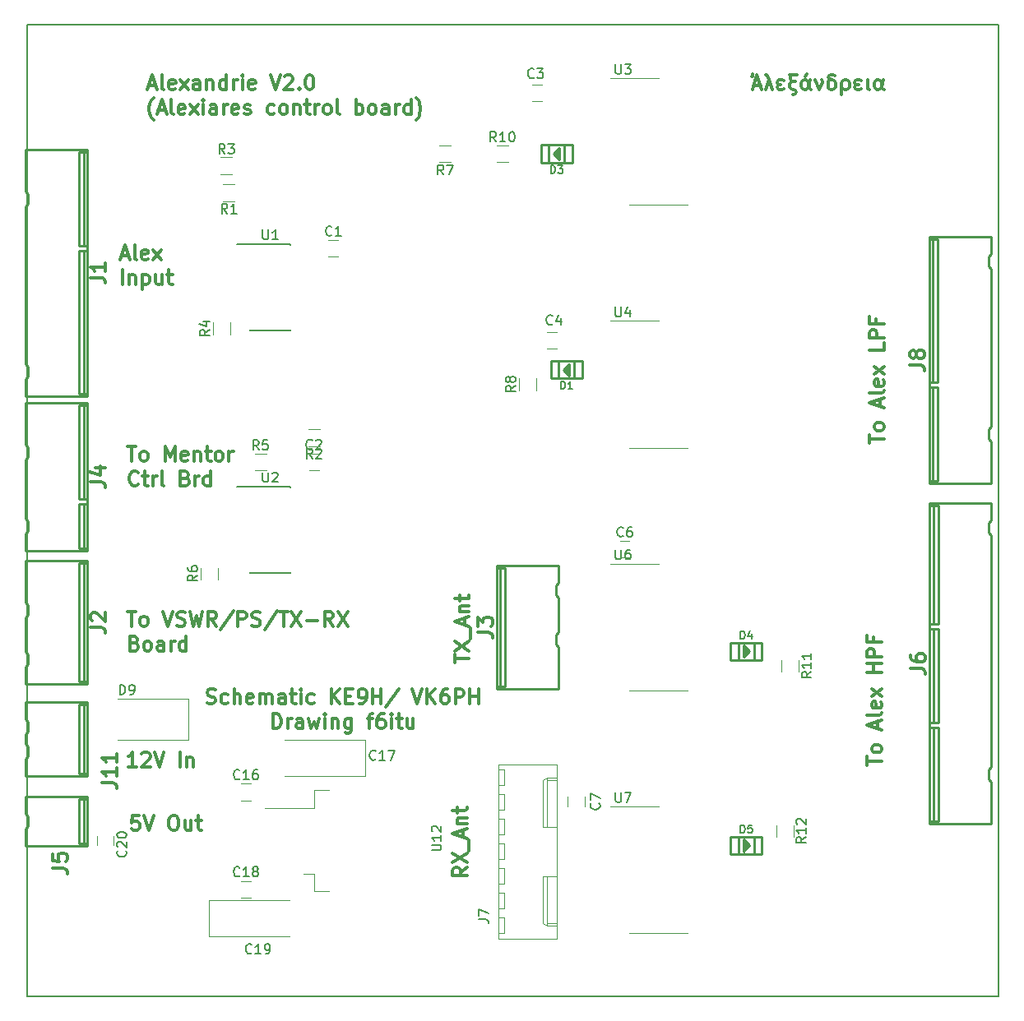
<source format=gto>
%TF.GenerationSoftware,KiCad,Pcbnew,(5.0.2)-1*%
%TF.CreationDate,2019-03-14T15:40:06+01:00*%
%TF.ProjectId,Alexandrie,416c6578-616e-4647-9269-652e6b696361,rev?*%
%TF.SameCoordinates,Original*%
%TF.FileFunction,Legend,Top*%
%TF.FilePolarity,Positive*%
%FSLAX46Y46*%
G04 Gerber Fmt 4.6, Leading zero omitted, Abs format (unit mm)*
G04 Created by KiCad (PCBNEW (5.0.2)-1) date 14/03/2019 15:40:06*
%MOMM*%
%LPD*%
G01*
G04 APERTURE LIST*
%ADD10C,0.300000*%
%ADD11C,0.150000*%
%ADD12C,0.120000*%
%ADD13C,0.254000*%
%ADD14C,0.149860*%
%ADD15C,0.304800*%
G04 APERTURE END LIST*
D10*
X101480714Y-49225000D02*
X102195000Y-49225000D01*
X101337857Y-49653571D02*
X101837857Y-48153571D01*
X102337857Y-49653571D01*
X103052142Y-49653571D02*
X102909285Y-49582142D01*
X102837857Y-49439285D01*
X102837857Y-48153571D01*
X104195000Y-49582142D02*
X104052142Y-49653571D01*
X103766428Y-49653571D01*
X103623571Y-49582142D01*
X103552142Y-49439285D01*
X103552142Y-48867857D01*
X103623571Y-48725000D01*
X103766428Y-48653571D01*
X104052142Y-48653571D01*
X104195000Y-48725000D01*
X104266428Y-48867857D01*
X104266428Y-49010714D01*
X103552142Y-49153571D01*
X104766428Y-49653571D02*
X105552142Y-48653571D01*
X104766428Y-48653571D02*
X105552142Y-49653571D01*
X106766428Y-49653571D02*
X106766428Y-48867857D01*
X106695000Y-48725000D01*
X106552142Y-48653571D01*
X106266428Y-48653571D01*
X106123571Y-48725000D01*
X106766428Y-49582142D02*
X106623571Y-49653571D01*
X106266428Y-49653571D01*
X106123571Y-49582142D01*
X106052142Y-49439285D01*
X106052142Y-49296428D01*
X106123571Y-49153571D01*
X106266428Y-49082142D01*
X106623571Y-49082142D01*
X106766428Y-49010714D01*
X107480714Y-48653571D02*
X107480714Y-49653571D01*
X107480714Y-48796428D02*
X107552142Y-48725000D01*
X107695000Y-48653571D01*
X107909285Y-48653571D01*
X108052142Y-48725000D01*
X108123571Y-48867857D01*
X108123571Y-49653571D01*
X109480714Y-49653571D02*
X109480714Y-48153571D01*
X109480714Y-49582142D02*
X109337857Y-49653571D01*
X109052142Y-49653571D01*
X108909285Y-49582142D01*
X108837857Y-49510714D01*
X108766428Y-49367857D01*
X108766428Y-48939285D01*
X108837857Y-48796428D01*
X108909285Y-48725000D01*
X109052142Y-48653571D01*
X109337857Y-48653571D01*
X109480714Y-48725000D01*
X110195000Y-49653571D02*
X110195000Y-48653571D01*
X110195000Y-48939285D02*
X110266428Y-48796428D01*
X110337857Y-48725000D01*
X110480714Y-48653571D01*
X110623571Y-48653571D01*
X111123571Y-49653571D02*
X111123571Y-48653571D01*
X111123571Y-48153571D02*
X111052142Y-48225000D01*
X111123571Y-48296428D01*
X111195000Y-48225000D01*
X111123571Y-48153571D01*
X111123571Y-48296428D01*
X112409285Y-49582142D02*
X112266428Y-49653571D01*
X111980714Y-49653571D01*
X111837857Y-49582142D01*
X111766428Y-49439285D01*
X111766428Y-48867857D01*
X111837857Y-48725000D01*
X111980714Y-48653571D01*
X112266428Y-48653571D01*
X112409285Y-48725000D01*
X112480714Y-48867857D01*
X112480714Y-49010714D01*
X111766428Y-49153571D01*
X114052142Y-48153571D02*
X114552142Y-49653571D01*
X115052142Y-48153571D01*
X115480714Y-48296428D02*
X115552142Y-48225000D01*
X115695000Y-48153571D01*
X116052142Y-48153571D01*
X116195000Y-48225000D01*
X116266428Y-48296428D01*
X116337857Y-48439285D01*
X116337857Y-48582142D01*
X116266428Y-48796428D01*
X115409285Y-49653571D01*
X116337857Y-49653571D01*
X116980714Y-49510714D02*
X117052142Y-49582142D01*
X116980714Y-49653571D01*
X116909285Y-49582142D01*
X116980714Y-49510714D01*
X116980714Y-49653571D01*
X117980714Y-48153571D02*
X118123571Y-48153571D01*
X118266428Y-48225000D01*
X118337857Y-48296428D01*
X118409285Y-48439285D01*
X118480714Y-48725000D01*
X118480714Y-49082142D01*
X118409285Y-49367857D01*
X118337857Y-49510714D01*
X118266428Y-49582142D01*
X118123571Y-49653571D01*
X117980714Y-49653571D01*
X117837857Y-49582142D01*
X117766428Y-49510714D01*
X117695000Y-49367857D01*
X117623571Y-49082142D01*
X117623571Y-48725000D01*
X117695000Y-48439285D01*
X117766428Y-48296428D01*
X117837857Y-48225000D01*
X117980714Y-48153571D01*
X163766428Y-49225000D02*
X164480714Y-49225000D01*
X163623571Y-49653571D02*
X164123571Y-48153571D01*
X164623571Y-49653571D01*
X163552142Y-48296428D02*
X163623571Y-48296428D01*
X163694999Y-48225000D01*
X163694999Y-48082142D01*
X165337857Y-48653571D02*
X164980714Y-49653571D01*
X164980714Y-48153571D02*
X165123571Y-48153571D01*
X165194999Y-48225000D01*
X165337857Y-48653571D01*
X165694999Y-49653571D01*
X166409285Y-49153571D02*
X166266428Y-49225000D01*
X166194999Y-49367857D01*
X166194999Y-49439285D01*
X166266428Y-49582142D01*
X166409285Y-49653571D01*
X166694999Y-49653571D01*
X166837857Y-49582142D01*
X166552142Y-49153571D02*
X166409285Y-49153571D01*
X166266428Y-49082142D01*
X166194999Y-48939285D01*
X166194999Y-48867857D01*
X166266428Y-48725000D01*
X166409285Y-48653571D01*
X166694999Y-48653571D01*
X166837857Y-48725000D01*
X167480714Y-48153571D02*
X168194999Y-48153571D01*
X167766428Y-48153571D02*
X167623571Y-48225000D01*
X167552142Y-48367857D01*
X167552142Y-48582142D01*
X167623571Y-48725000D01*
X167766428Y-48796428D01*
X168052142Y-48796428D01*
X167766428Y-48796428D02*
X167623571Y-48867857D01*
X167552142Y-48939285D01*
X167480714Y-49082142D01*
X167480714Y-49367857D01*
X167552142Y-49510714D01*
X167623571Y-49582142D01*
X167766428Y-49653571D01*
X167909285Y-49653571D01*
X168052142Y-49725000D01*
X168123571Y-49867857D01*
X168123571Y-49939285D01*
X168052142Y-50082142D01*
X167909285Y-50153571D01*
X167837857Y-50153571D01*
X169623571Y-48653571D02*
X169409285Y-49367857D01*
X169337857Y-49510714D01*
X169266428Y-49582142D01*
X169123571Y-49653571D01*
X168980714Y-49653571D01*
X168837857Y-49582142D01*
X168766428Y-49510714D01*
X168694999Y-49296428D01*
X168694999Y-49010714D01*
X168766428Y-48796428D01*
X168837857Y-48725000D01*
X168980714Y-48653571D01*
X169123571Y-48653571D01*
X169266428Y-48725000D01*
X169337857Y-48796428D01*
X169409285Y-48939285D01*
X169480714Y-49439285D01*
X169552142Y-49582142D01*
X169694999Y-49653571D01*
X169266428Y-48082142D02*
X169052142Y-48296428D01*
X170123571Y-48653571D02*
X170480714Y-49653571D01*
X170837857Y-48867857D01*
X170837857Y-48796428D01*
X170766428Y-48653571D01*
X171909285Y-48653571D02*
X171694999Y-48653571D01*
X171552142Y-48725000D01*
X171480714Y-48796428D01*
X171409285Y-48939285D01*
X171409285Y-49367857D01*
X171480714Y-49510714D01*
X171552142Y-49582142D01*
X171694999Y-49653571D01*
X171909285Y-49653571D01*
X172052142Y-49582142D01*
X172123571Y-49510714D01*
X172194999Y-49367857D01*
X172194999Y-48939285D01*
X172123571Y-48796428D01*
X172052142Y-48725000D01*
X171909285Y-48653571D01*
X171694999Y-48582142D01*
X171552142Y-48510714D01*
X171480714Y-48367857D01*
X171552142Y-48225000D01*
X171694999Y-48153571D01*
X171980714Y-48153571D01*
X172123571Y-48225000D01*
X172837857Y-50153571D02*
X172837857Y-48939285D01*
X172909285Y-48796428D01*
X172980714Y-48725000D01*
X173123571Y-48653571D01*
X173337857Y-48653571D01*
X173480714Y-48725000D01*
X173552142Y-48796428D01*
X173623571Y-48939285D01*
X173623571Y-49367857D01*
X173552142Y-49510714D01*
X173480714Y-49582142D01*
X173337857Y-49653571D01*
X173123571Y-49653571D01*
X172980714Y-49582142D01*
X172837857Y-49439285D01*
X174409285Y-49153571D02*
X174266428Y-49225000D01*
X174194999Y-49367857D01*
X174194999Y-49439285D01*
X174266428Y-49582142D01*
X174409285Y-49653571D01*
X174694999Y-49653571D01*
X174837857Y-49582142D01*
X174552142Y-49153571D02*
X174409285Y-49153571D01*
X174266428Y-49082142D01*
X174194999Y-48939285D01*
X174194999Y-48867857D01*
X174266428Y-48725000D01*
X174409285Y-48653571D01*
X174694999Y-48653571D01*
X174837857Y-48725000D01*
X175480714Y-48653571D02*
X175480714Y-49439285D01*
X175552142Y-49582142D01*
X175694999Y-49653571D01*
X177123571Y-48653571D02*
X176909285Y-49367857D01*
X176837857Y-49510714D01*
X176766428Y-49582142D01*
X176623571Y-49653571D01*
X176480714Y-49653571D01*
X176337857Y-49582142D01*
X176266428Y-49510714D01*
X176194999Y-49296428D01*
X176194999Y-49010714D01*
X176266428Y-48796428D01*
X176337857Y-48725000D01*
X176480714Y-48653571D01*
X176623571Y-48653571D01*
X176766428Y-48725000D01*
X176837857Y-48796428D01*
X176909285Y-48939285D01*
X176980714Y-49439285D01*
X177052142Y-49582142D01*
X177194999Y-49653571D01*
X101980714Y-52775000D02*
X101909285Y-52703571D01*
X101766428Y-52489285D01*
X101695000Y-52346428D01*
X101623571Y-52132142D01*
X101552142Y-51775000D01*
X101552142Y-51489285D01*
X101623571Y-51132142D01*
X101695000Y-50917857D01*
X101766428Y-50775000D01*
X101909285Y-50560714D01*
X101980714Y-50489285D01*
X102480714Y-51775000D02*
X103195000Y-51775000D01*
X102337857Y-52203571D02*
X102837857Y-50703571D01*
X103337857Y-52203571D01*
X104052142Y-52203571D02*
X103909285Y-52132142D01*
X103837857Y-51989285D01*
X103837857Y-50703571D01*
X105195000Y-52132142D02*
X105052142Y-52203571D01*
X104766428Y-52203571D01*
X104623571Y-52132142D01*
X104552142Y-51989285D01*
X104552142Y-51417857D01*
X104623571Y-51275000D01*
X104766428Y-51203571D01*
X105052142Y-51203571D01*
X105195000Y-51275000D01*
X105266428Y-51417857D01*
X105266428Y-51560714D01*
X104552142Y-51703571D01*
X105766428Y-52203571D02*
X106552142Y-51203571D01*
X105766428Y-51203571D02*
X106552142Y-52203571D01*
X107123571Y-52203571D02*
X107123571Y-51203571D01*
X107123571Y-50703571D02*
X107052142Y-50775000D01*
X107123571Y-50846428D01*
X107195000Y-50775000D01*
X107123571Y-50703571D01*
X107123571Y-50846428D01*
X108480714Y-52203571D02*
X108480714Y-51417857D01*
X108409285Y-51275000D01*
X108266428Y-51203571D01*
X107980714Y-51203571D01*
X107837857Y-51275000D01*
X108480714Y-52132142D02*
X108337857Y-52203571D01*
X107980714Y-52203571D01*
X107837857Y-52132142D01*
X107766428Y-51989285D01*
X107766428Y-51846428D01*
X107837857Y-51703571D01*
X107980714Y-51632142D01*
X108337857Y-51632142D01*
X108480714Y-51560714D01*
X109195000Y-52203571D02*
X109195000Y-51203571D01*
X109195000Y-51489285D02*
X109266428Y-51346428D01*
X109337857Y-51275000D01*
X109480714Y-51203571D01*
X109623571Y-51203571D01*
X110695000Y-52132142D02*
X110552142Y-52203571D01*
X110266428Y-52203571D01*
X110123571Y-52132142D01*
X110052142Y-51989285D01*
X110052142Y-51417857D01*
X110123571Y-51275000D01*
X110266428Y-51203571D01*
X110552142Y-51203571D01*
X110695000Y-51275000D01*
X110766428Y-51417857D01*
X110766428Y-51560714D01*
X110052142Y-51703571D01*
X111337857Y-52132142D02*
X111480714Y-52203571D01*
X111766428Y-52203571D01*
X111909285Y-52132142D01*
X111980714Y-51989285D01*
X111980714Y-51917857D01*
X111909285Y-51775000D01*
X111766428Y-51703571D01*
X111552142Y-51703571D01*
X111409285Y-51632142D01*
X111337857Y-51489285D01*
X111337857Y-51417857D01*
X111409285Y-51275000D01*
X111552142Y-51203571D01*
X111766428Y-51203571D01*
X111909285Y-51275000D01*
X114409285Y-52132142D02*
X114266428Y-52203571D01*
X113980714Y-52203571D01*
X113837857Y-52132142D01*
X113766428Y-52060714D01*
X113695000Y-51917857D01*
X113695000Y-51489285D01*
X113766428Y-51346428D01*
X113837857Y-51275000D01*
X113980714Y-51203571D01*
X114266428Y-51203571D01*
X114409285Y-51275000D01*
X115266428Y-52203571D02*
X115123571Y-52132142D01*
X115052142Y-52060714D01*
X114980714Y-51917857D01*
X114980714Y-51489285D01*
X115052142Y-51346428D01*
X115123571Y-51275000D01*
X115266428Y-51203571D01*
X115480714Y-51203571D01*
X115623571Y-51275000D01*
X115695000Y-51346428D01*
X115766428Y-51489285D01*
X115766428Y-51917857D01*
X115695000Y-52060714D01*
X115623571Y-52132142D01*
X115480714Y-52203571D01*
X115266428Y-52203571D01*
X116409285Y-51203571D02*
X116409285Y-52203571D01*
X116409285Y-51346428D02*
X116480714Y-51275000D01*
X116623571Y-51203571D01*
X116837857Y-51203571D01*
X116980714Y-51275000D01*
X117052142Y-51417857D01*
X117052142Y-52203571D01*
X117552142Y-51203571D02*
X118123571Y-51203571D01*
X117766428Y-50703571D02*
X117766428Y-51989285D01*
X117837857Y-52132142D01*
X117980714Y-52203571D01*
X118123571Y-52203571D01*
X118623571Y-52203571D02*
X118623571Y-51203571D01*
X118623571Y-51489285D02*
X118695000Y-51346428D01*
X118766428Y-51275000D01*
X118909285Y-51203571D01*
X119052142Y-51203571D01*
X119766428Y-52203571D02*
X119623571Y-52132142D01*
X119552142Y-52060714D01*
X119480714Y-51917857D01*
X119480714Y-51489285D01*
X119552142Y-51346428D01*
X119623571Y-51275000D01*
X119766428Y-51203571D01*
X119980714Y-51203571D01*
X120123571Y-51275000D01*
X120195000Y-51346428D01*
X120266428Y-51489285D01*
X120266428Y-51917857D01*
X120195000Y-52060714D01*
X120123571Y-52132142D01*
X119980714Y-52203571D01*
X119766428Y-52203571D01*
X121123571Y-52203571D02*
X120980714Y-52132142D01*
X120909285Y-51989285D01*
X120909285Y-50703571D01*
X122837857Y-52203571D02*
X122837857Y-50703571D01*
X122837857Y-51275000D02*
X122980714Y-51203571D01*
X123266428Y-51203571D01*
X123409285Y-51275000D01*
X123480714Y-51346428D01*
X123552142Y-51489285D01*
X123552142Y-51917857D01*
X123480714Y-52060714D01*
X123409285Y-52132142D01*
X123266428Y-52203571D01*
X122980714Y-52203571D01*
X122837857Y-52132142D01*
X124409285Y-52203571D02*
X124266428Y-52132142D01*
X124195000Y-52060714D01*
X124123571Y-51917857D01*
X124123571Y-51489285D01*
X124195000Y-51346428D01*
X124266428Y-51275000D01*
X124409285Y-51203571D01*
X124623571Y-51203571D01*
X124766428Y-51275000D01*
X124837857Y-51346428D01*
X124909285Y-51489285D01*
X124909285Y-51917857D01*
X124837857Y-52060714D01*
X124766428Y-52132142D01*
X124623571Y-52203571D01*
X124409285Y-52203571D01*
X126195000Y-52203571D02*
X126195000Y-51417857D01*
X126123571Y-51275000D01*
X125980714Y-51203571D01*
X125695000Y-51203571D01*
X125552142Y-51275000D01*
X126195000Y-52132142D02*
X126052142Y-52203571D01*
X125695000Y-52203571D01*
X125552142Y-52132142D01*
X125480714Y-51989285D01*
X125480714Y-51846428D01*
X125552142Y-51703571D01*
X125695000Y-51632142D01*
X126052142Y-51632142D01*
X126195000Y-51560714D01*
X126909285Y-52203571D02*
X126909285Y-51203571D01*
X126909285Y-51489285D02*
X126980714Y-51346428D01*
X127052142Y-51275000D01*
X127195000Y-51203571D01*
X127337857Y-51203571D01*
X128480714Y-52203571D02*
X128480714Y-50703571D01*
X128480714Y-52132142D02*
X128337857Y-52203571D01*
X128052142Y-52203571D01*
X127909285Y-52132142D01*
X127837857Y-52060714D01*
X127766428Y-51917857D01*
X127766428Y-51489285D01*
X127837857Y-51346428D01*
X127909285Y-51275000D01*
X128052142Y-51203571D01*
X128337857Y-51203571D01*
X128480714Y-51275000D01*
X129052142Y-52775000D02*
X129123571Y-52703571D01*
X129266428Y-52489285D01*
X129337857Y-52346428D01*
X129409285Y-52132142D01*
X129480714Y-51775000D01*
X129480714Y-51489285D01*
X129409285Y-51132142D01*
X129337857Y-50917857D01*
X129266428Y-50775000D01*
X129123571Y-50560714D01*
X129052142Y-50489285D01*
X98678571Y-66725000D02*
X99392857Y-66725000D01*
X98535714Y-67153571D02*
X99035714Y-65653571D01*
X99535714Y-67153571D01*
X100250000Y-67153571D02*
X100107142Y-67082142D01*
X100035714Y-66939285D01*
X100035714Y-65653571D01*
X101392857Y-67082142D02*
X101250000Y-67153571D01*
X100964285Y-67153571D01*
X100821428Y-67082142D01*
X100750000Y-66939285D01*
X100750000Y-66367857D01*
X100821428Y-66225000D01*
X100964285Y-66153571D01*
X101250000Y-66153571D01*
X101392857Y-66225000D01*
X101464285Y-66367857D01*
X101464285Y-66510714D01*
X100750000Y-66653571D01*
X101964285Y-67153571D02*
X102750000Y-66153571D01*
X101964285Y-66153571D02*
X102750000Y-67153571D01*
X98785714Y-69703571D02*
X98785714Y-68203571D01*
X99500000Y-68703571D02*
X99500000Y-69703571D01*
X99500000Y-68846428D02*
X99571428Y-68775000D01*
X99714285Y-68703571D01*
X99928571Y-68703571D01*
X100071428Y-68775000D01*
X100142857Y-68917857D01*
X100142857Y-69703571D01*
X100857142Y-68703571D02*
X100857142Y-70203571D01*
X100857142Y-68775000D02*
X101000000Y-68703571D01*
X101285714Y-68703571D01*
X101428571Y-68775000D01*
X101500000Y-68846428D01*
X101571428Y-68989285D01*
X101571428Y-69417857D01*
X101500000Y-69560714D01*
X101428571Y-69632142D01*
X101285714Y-69703571D01*
X101000000Y-69703571D01*
X100857142Y-69632142D01*
X102857142Y-68703571D02*
X102857142Y-69703571D01*
X102214285Y-68703571D02*
X102214285Y-69489285D01*
X102285714Y-69632142D01*
X102428571Y-69703571D01*
X102642857Y-69703571D01*
X102785714Y-69632142D01*
X102857142Y-69560714D01*
X103357142Y-68703571D02*
X103928571Y-68703571D01*
X103571428Y-68203571D02*
X103571428Y-69489285D01*
X103642857Y-69632142D01*
X103785714Y-69703571D01*
X103928571Y-69703571D01*
X99337857Y-86403571D02*
X100195000Y-86403571D01*
X99766428Y-87903571D02*
X99766428Y-86403571D01*
X100909285Y-87903571D02*
X100766428Y-87832142D01*
X100695000Y-87760714D01*
X100623571Y-87617857D01*
X100623571Y-87189285D01*
X100695000Y-87046428D01*
X100766428Y-86975000D01*
X100909285Y-86903571D01*
X101123571Y-86903571D01*
X101266428Y-86975000D01*
X101337857Y-87046428D01*
X101409285Y-87189285D01*
X101409285Y-87617857D01*
X101337857Y-87760714D01*
X101266428Y-87832142D01*
X101123571Y-87903571D01*
X100909285Y-87903571D01*
X103195000Y-87903571D02*
X103195000Y-86403571D01*
X103695000Y-87475000D01*
X104195000Y-86403571D01*
X104195000Y-87903571D01*
X105480714Y-87832142D02*
X105337857Y-87903571D01*
X105052142Y-87903571D01*
X104909285Y-87832142D01*
X104837857Y-87689285D01*
X104837857Y-87117857D01*
X104909285Y-86975000D01*
X105052142Y-86903571D01*
X105337857Y-86903571D01*
X105480714Y-86975000D01*
X105552142Y-87117857D01*
X105552142Y-87260714D01*
X104837857Y-87403571D01*
X106195000Y-86903571D02*
X106195000Y-87903571D01*
X106195000Y-87046428D02*
X106266428Y-86975000D01*
X106409285Y-86903571D01*
X106623571Y-86903571D01*
X106766428Y-86975000D01*
X106837857Y-87117857D01*
X106837857Y-87903571D01*
X107337857Y-86903571D02*
X107909285Y-86903571D01*
X107552142Y-86403571D02*
X107552142Y-87689285D01*
X107623571Y-87832142D01*
X107766428Y-87903571D01*
X107909285Y-87903571D01*
X108623571Y-87903571D02*
X108480714Y-87832142D01*
X108409285Y-87760714D01*
X108337857Y-87617857D01*
X108337857Y-87189285D01*
X108409285Y-87046428D01*
X108480714Y-86975000D01*
X108623571Y-86903571D01*
X108837857Y-86903571D01*
X108980714Y-86975000D01*
X109052142Y-87046428D01*
X109123571Y-87189285D01*
X109123571Y-87617857D01*
X109052142Y-87760714D01*
X108980714Y-87832142D01*
X108837857Y-87903571D01*
X108623571Y-87903571D01*
X109766428Y-87903571D02*
X109766428Y-86903571D01*
X109766428Y-87189285D02*
X109837857Y-87046428D01*
X109909285Y-86975000D01*
X110052142Y-86903571D01*
X110195000Y-86903571D01*
X100409285Y-90310714D02*
X100337857Y-90382142D01*
X100123571Y-90453571D01*
X99980714Y-90453571D01*
X99766428Y-90382142D01*
X99623571Y-90239285D01*
X99552142Y-90096428D01*
X99480714Y-89810714D01*
X99480714Y-89596428D01*
X99552142Y-89310714D01*
X99623571Y-89167857D01*
X99766428Y-89025000D01*
X99980714Y-88953571D01*
X100123571Y-88953571D01*
X100337857Y-89025000D01*
X100409285Y-89096428D01*
X100837857Y-89453571D02*
X101409285Y-89453571D01*
X101052142Y-88953571D02*
X101052142Y-90239285D01*
X101123571Y-90382142D01*
X101266428Y-90453571D01*
X101409285Y-90453571D01*
X101909285Y-90453571D02*
X101909285Y-89453571D01*
X101909285Y-89739285D02*
X101980714Y-89596428D01*
X102052142Y-89525000D01*
X102195000Y-89453571D01*
X102337857Y-89453571D01*
X103052142Y-90453571D02*
X102909285Y-90382142D01*
X102837857Y-90239285D01*
X102837857Y-88953571D01*
X105266428Y-89667857D02*
X105480714Y-89739285D01*
X105552142Y-89810714D01*
X105623571Y-89953571D01*
X105623571Y-90167857D01*
X105552142Y-90310714D01*
X105480714Y-90382142D01*
X105337857Y-90453571D01*
X104766428Y-90453571D01*
X104766428Y-88953571D01*
X105266428Y-88953571D01*
X105409285Y-89025000D01*
X105480714Y-89096428D01*
X105552142Y-89239285D01*
X105552142Y-89382142D01*
X105480714Y-89525000D01*
X105409285Y-89596428D01*
X105266428Y-89667857D01*
X104766428Y-89667857D01*
X106266428Y-90453571D02*
X106266428Y-89453571D01*
X106266428Y-89739285D02*
X106337857Y-89596428D01*
X106409285Y-89525000D01*
X106552142Y-89453571D01*
X106695000Y-89453571D01*
X107837857Y-90453571D02*
X107837857Y-88953571D01*
X107837857Y-90382142D02*
X107695000Y-90453571D01*
X107409285Y-90453571D01*
X107266428Y-90382142D01*
X107195000Y-90310714D01*
X107123571Y-90167857D01*
X107123571Y-89739285D01*
X107195000Y-89596428D01*
X107266428Y-89525000D01*
X107409285Y-89453571D01*
X107695000Y-89453571D01*
X107837857Y-89525000D01*
X99337857Y-103403571D02*
X100195000Y-103403571D01*
X99766428Y-104903571D02*
X99766428Y-103403571D01*
X100909285Y-104903571D02*
X100766428Y-104832142D01*
X100695000Y-104760714D01*
X100623571Y-104617857D01*
X100623571Y-104189285D01*
X100695000Y-104046428D01*
X100766428Y-103975000D01*
X100909285Y-103903571D01*
X101123571Y-103903571D01*
X101266428Y-103975000D01*
X101337857Y-104046428D01*
X101409285Y-104189285D01*
X101409285Y-104617857D01*
X101337857Y-104760714D01*
X101266428Y-104832142D01*
X101123571Y-104903571D01*
X100909285Y-104903571D01*
X102980714Y-103403571D02*
X103480714Y-104903571D01*
X103980714Y-103403571D01*
X104409285Y-104832142D02*
X104623571Y-104903571D01*
X104980714Y-104903571D01*
X105123571Y-104832142D01*
X105195000Y-104760714D01*
X105266428Y-104617857D01*
X105266428Y-104475000D01*
X105195000Y-104332142D01*
X105123571Y-104260714D01*
X104980714Y-104189285D01*
X104695000Y-104117857D01*
X104552142Y-104046428D01*
X104480714Y-103975000D01*
X104409285Y-103832142D01*
X104409285Y-103689285D01*
X104480714Y-103546428D01*
X104552142Y-103475000D01*
X104695000Y-103403571D01*
X105052142Y-103403571D01*
X105266428Y-103475000D01*
X105766428Y-103403571D02*
X106123571Y-104903571D01*
X106409285Y-103832142D01*
X106695000Y-104903571D01*
X107052142Y-103403571D01*
X108480714Y-104903571D02*
X107980714Y-104189285D01*
X107623571Y-104903571D02*
X107623571Y-103403571D01*
X108195000Y-103403571D01*
X108337857Y-103475000D01*
X108409285Y-103546428D01*
X108480714Y-103689285D01*
X108480714Y-103903571D01*
X108409285Y-104046428D01*
X108337857Y-104117857D01*
X108195000Y-104189285D01*
X107623571Y-104189285D01*
X110195000Y-103332142D02*
X108909285Y-105260714D01*
X110695000Y-104903571D02*
X110695000Y-103403571D01*
X111266428Y-103403571D01*
X111409285Y-103475000D01*
X111480714Y-103546428D01*
X111552142Y-103689285D01*
X111552142Y-103903571D01*
X111480714Y-104046428D01*
X111409285Y-104117857D01*
X111266428Y-104189285D01*
X110695000Y-104189285D01*
X112123571Y-104832142D02*
X112337857Y-104903571D01*
X112695000Y-104903571D01*
X112837857Y-104832142D01*
X112909285Y-104760714D01*
X112980714Y-104617857D01*
X112980714Y-104475000D01*
X112909285Y-104332142D01*
X112837857Y-104260714D01*
X112695000Y-104189285D01*
X112409285Y-104117857D01*
X112266428Y-104046428D01*
X112195000Y-103975000D01*
X112123571Y-103832142D01*
X112123571Y-103689285D01*
X112195000Y-103546428D01*
X112266428Y-103475000D01*
X112409285Y-103403571D01*
X112766428Y-103403571D01*
X112980714Y-103475000D01*
X114695000Y-103332142D02*
X113409285Y-105260714D01*
X114980714Y-103403571D02*
X115837857Y-103403571D01*
X115409285Y-104903571D02*
X115409285Y-103403571D01*
X116195000Y-103403571D02*
X117195000Y-104903571D01*
X117195000Y-103403571D02*
X116195000Y-104903571D01*
X117766428Y-104332142D02*
X118909285Y-104332142D01*
X120480714Y-104903571D02*
X119980714Y-104189285D01*
X119623571Y-104903571D02*
X119623571Y-103403571D01*
X120195000Y-103403571D01*
X120337857Y-103475000D01*
X120409285Y-103546428D01*
X120480714Y-103689285D01*
X120480714Y-103903571D01*
X120409285Y-104046428D01*
X120337857Y-104117857D01*
X120195000Y-104189285D01*
X119623571Y-104189285D01*
X120980714Y-103403571D02*
X121980714Y-104903571D01*
X121980714Y-103403571D02*
X120980714Y-104903571D01*
X100052142Y-106667857D02*
X100266428Y-106739285D01*
X100337857Y-106810714D01*
X100409285Y-106953571D01*
X100409285Y-107167857D01*
X100337857Y-107310714D01*
X100266428Y-107382142D01*
X100123571Y-107453571D01*
X99552142Y-107453571D01*
X99552142Y-105953571D01*
X100052142Y-105953571D01*
X100195000Y-106025000D01*
X100266428Y-106096428D01*
X100337857Y-106239285D01*
X100337857Y-106382142D01*
X100266428Y-106525000D01*
X100195000Y-106596428D01*
X100052142Y-106667857D01*
X99552142Y-106667857D01*
X101266428Y-107453571D02*
X101123571Y-107382142D01*
X101052142Y-107310714D01*
X100980714Y-107167857D01*
X100980714Y-106739285D01*
X101052142Y-106596428D01*
X101123571Y-106525000D01*
X101266428Y-106453571D01*
X101480714Y-106453571D01*
X101623571Y-106525000D01*
X101695000Y-106596428D01*
X101766428Y-106739285D01*
X101766428Y-107167857D01*
X101695000Y-107310714D01*
X101623571Y-107382142D01*
X101480714Y-107453571D01*
X101266428Y-107453571D01*
X103052142Y-107453571D02*
X103052142Y-106667857D01*
X102980714Y-106525000D01*
X102837857Y-106453571D01*
X102552142Y-106453571D01*
X102409285Y-106525000D01*
X103052142Y-107382142D02*
X102909285Y-107453571D01*
X102552142Y-107453571D01*
X102409285Y-107382142D01*
X102337857Y-107239285D01*
X102337857Y-107096428D01*
X102409285Y-106953571D01*
X102552142Y-106882142D01*
X102909285Y-106882142D01*
X103052142Y-106810714D01*
X103766428Y-107453571D02*
X103766428Y-106453571D01*
X103766428Y-106739285D02*
X103837857Y-106596428D01*
X103909285Y-106525000D01*
X104052142Y-106453571D01*
X104195000Y-106453571D01*
X105337857Y-107453571D02*
X105337857Y-105953571D01*
X105337857Y-107382142D02*
X105195000Y-107453571D01*
X104909285Y-107453571D01*
X104766428Y-107382142D01*
X104695000Y-107310714D01*
X104623571Y-107167857D01*
X104623571Y-106739285D01*
X104695000Y-106596428D01*
X104766428Y-106525000D01*
X104909285Y-106453571D01*
X105195000Y-106453571D01*
X105337857Y-106525000D01*
X100214285Y-119428571D02*
X99357142Y-119428571D01*
X99785714Y-119428571D02*
X99785714Y-117928571D01*
X99642857Y-118142857D01*
X99500000Y-118285714D01*
X99357142Y-118357142D01*
X100785714Y-118071428D02*
X100857142Y-118000000D01*
X101000000Y-117928571D01*
X101357142Y-117928571D01*
X101500000Y-118000000D01*
X101571428Y-118071428D01*
X101642857Y-118214285D01*
X101642857Y-118357142D01*
X101571428Y-118571428D01*
X100714285Y-119428571D01*
X101642857Y-119428571D01*
X102071428Y-117928571D02*
X102571428Y-119428571D01*
X103071428Y-117928571D01*
X104714285Y-119428571D02*
X104714285Y-117928571D01*
X105428571Y-118428571D02*
X105428571Y-119428571D01*
X105428571Y-118571428D02*
X105500000Y-118500000D01*
X105642857Y-118428571D01*
X105857142Y-118428571D01*
X106000000Y-118500000D01*
X106071428Y-118642857D01*
X106071428Y-119428571D01*
X100500000Y-124428571D02*
X99785714Y-124428571D01*
X99714285Y-125142857D01*
X99785714Y-125071428D01*
X99928571Y-125000000D01*
X100285714Y-125000000D01*
X100428571Y-125071428D01*
X100500000Y-125142857D01*
X100571428Y-125285714D01*
X100571428Y-125642857D01*
X100500000Y-125785714D01*
X100428571Y-125857142D01*
X100285714Y-125928571D01*
X99928571Y-125928571D01*
X99785714Y-125857142D01*
X99714285Y-125785714D01*
X101000000Y-124428571D02*
X101500000Y-125928571D01*
X102000000Y-124428571D01*
X103928571Y-124428571D02*
X104214285Y-124428571D01*
X104357142Y-124500000D01*
X104500000Y-124642857D01*
X104571428Y-124928571D01*
X104571428Y-125428571D01*
X104500000Y-125714285D01*
X104357142Y-125857142D01*
X104214285Y-125928571D01*
X103928571Y-125928571D01*
X103785714Y-125857142D01*
X103642857Y-125714285D01*
X103571428Y-125428571D01*
X103571428Y-124928571D01*
X103642857Y-124642857D01*
X103785714Y-124500000D01*
X103928571Y-124428571D01*
X105857142Y-124928571D02*
X105857142Y-125928571D01*
X105214285Y-124928571D02*
X105214285Y-125714285D01*
X105285714Y-125857142D01*
X105428571Y-125928571D01*
X105642857Y-125928571D01*
X105785714Y-125857142D01*
X105857142Y-125785714D01*
X106357142Y-124928571D02*
X106928571Y-124928571D01*
X106571428Y-124428571D02*
X106571428Y-125714285D01*
X106642857Y-125857142D01*
X106785714Y-125928571D01*
X106928571Y-125928571D01*
X134278571Y-129771428D02*
X133564285Y-130271428D01*
X134278571Y-130628571D02*
X132778571Y-130628571D01*
X132778571Y-130057142D01*
X132850000Y-129914285D01*
X132921428Y-129842857D01*
X133064285Y-129771428D01*
X133278571Y-129771428D01*
X133421428Y-129842857D01*
X133492857Y-129914285D01*
X133564285Y-130057142D01*
X133564285Y-130628571D01*
X132778571Y-129271428D02*
X134278571Y-128271428D01*
X132778571Y-128271428D02*
X134278571Y-129271428D01*
X134421428Y-128057142D02*
X134421428Y-126914285D01*
X133850000Y-126628571D02*
X133850000Y-125914285D01*
X134278571Y-126771428D02*
X132778571Y-126271428D01*
X134278571Y-125771428D01*
X133278571Y-125271428D02*
X134278571Y-125271428D01*
X133421428Y-125271428D02*
X133350000Y-125200000D01*
X133278571Y-125057142D01*
X133278571Y-124842857D01*
X133350000Y-124700000D01*
X133492857Y-124628571D01*
X134278571Y-124628571D01*
X133278571Y-124128571D02*
X133278571Y-123557142D01*
X132778571Y-123914285D02*
X134064285Y-123914285D01*
X134207142Y-123842857D01*
X134278571Y-123700000D01*
X134278571Y-123557142D01*
X132978571Y-108664285D02*
X132978571Y-107807142D01*
X134478571Y-108235714D02*
X132978571Y-108235714D01*
X132978571Y-107450000D02*
X134478571Y-106450000D01*
X132978571Y-106450000D02*
X134478571Y-107450000D01*
X134621428Y-106235714D02*
X134621428Y-105092857D01*
X134050000Y-104807142D02*
X134050000Y-104092857D01*
X134478571Y-104950000D02*
X132978571Y-104450000D01*
X134478571Y-103950000D01*
X133478571Y-103450000D02*
X134478571Y-103450000D01*
X133621428Y-103450000D02*
X133550000Y-103378571D01*
X133478571Y-103235714D01*
X133478571Y-103021428D01*
X133550000Y-102878571D01*
X133692857Y-102807142D01*
X134478571Y-102807142D01*
X133478571Y-102307142D02*
X133478571Y-101735714D01*
X132978571Y-102092857D02*
X134264285Y-102092857D01*
X134407142Y-102021428D01*
X134478571Y-101878571D01*
X134478571Y-101735714D01*
X175428571Y-119214285D02*
X175428571Y-118357142D01*
X176928571Y-118785714D02*
X175428571Y-118785714D01*
X176928571Y-117642857D02*
X176857142Y-117785714D01*
X176785714Y-117857142D01*
X176642857Y-117928571D01*
X176214285Y-117928571D01*
X176071428Y-117857142D01*
X176000000Y-117785714D01*
X175928571Y-117642857D01*
X175928571Y-117428571D01*
X176000000Y-117285714D01*
X176071428Y-117214285D01*
X176214285Y-117142857D01*
X176642857Y-117142857D01*
X176785714Y-117214285D01*
X176857142Y-117285714D01*
X176928571Y-117428571D01*
X176928571Y-117642857D01*
X176500000Y-115428571D02*
X176500000Y-114714285D01*
X176928571Y-115571428D02*
X175428571Y-115071428D01*
X176928571Y-114571428D01*
X176928571Y-113857142D02*
X176857142Y-114000000D01*
X176714285Y-114071428D01*
X175428571Y-114071428D01*
X176857142Y-112714285D02*
X176928571Y-112857142D01*
X176928571Y-113142857D01*
X176857142Y-113285714D01*
X176714285Y-113357142D01*
X176142857Y-113357142D01*
X176000000Y-113285714D01*
X175928571Y-113142857D01*
X175928571Y-112857142D01*
X176000000Y-112714285D01*
X176142857Y-112642857D01*
X176285714Y-112642857D01*
X176428571Y-113357142D01*
X176928571Y-112142857D02*
X175928571Y-111357142D01*
X175928571Y-112142857D02*
X176928571Y-111357142D01*
X176928571Y-109642857D02*
X175428571Y-109642857D01*
X176142857Y-109642857D02*
X176142857Y-108785714D01*
X176928571Y-108785714D02*
X175428571Y-108785714D01*
X176928571Y-108071428D02*
X175428571Y-108071428D01*
X175428571Y-107500000D01*
X175500000Y-107357142D01*
X175571428Y-107285714D01*
X175714285Y-107214285D01*
X175928571Y-107214285D01*
X176071428Y-107285714D01*
X176142857Y-107357142D01*
X176214285Y-107500000D01*
X176214285Y-108071428D01*
X176142857Y-106071428D02*
X176142857Y-106571428D01*
X176928571Y-106571428D02*
X175428571Y-106571428D01*
X175428571Y-105857142D01*
X175678571Y-86035714D02*
X175678571Y-85178571D01*
X177178571Y-85607142D02*
X175678571Y-85607142D01*
X177178571Y-84464285D02*
X177107142Y-84607142D01*
X177035714Y-84678571D01*
X176892857Y-84750000D01*
X176464285Y-84750000D01*
X176321428Y-84678571D01*
X176250000Y-84607142D01*
X176178571Y-84464285D01*
X176178571Y-84250000D01*
X176250000Y-84107142D01*
X176321428Y-84035714D01*
X176464285Y-83964285D01*
X176892857Y-83964285D01*
X177035714Y-84035714D01*
X177107142Y-84107142D01*
X177178571Y-84250000D01*
X177178571Y-84464285D01*
X176750000Y-82250000D02*
X176750000Y-81535714D01*
X177178571Y-82392857D02*
X175678571Y-81892857D01*
X177178571Y-81392857D01*
X177178571Y-80678571D02*
X177107142Y-80821428D01*
X176964285Y-80892857D01*
X175678571Y-80892857D01*
X177107142Y-79535714D02*
X177178571Y-79678571D01*
X177178571Y-79964285D01*
X177107142Y-80107142D01*
X176964285Y-80178571D01*
X176392857Y-80178571D01*
X176250000Y-80107142D01*
X176178571Y-79964285D01*
X176178571Y-79678571D01*
X176250000Y-79535714D01*
X176392857Y-79464285D01*
X176535714Y-79464285D01*
X176678571Y-80178571D01*
X177178571Y-78964285D02*
X176178571Y-78178571D01*
X176178571Y-78964285D02*
X177178571Y-78178571D01*
X177178571Y-75750000D02*
X177178571Y-76464285D01*
X175678571Y-76464285D01*
X177178571Y-75250000D02*
X175678571Y-75250000D01*
X175678571Y-74678571D01*
X175750000Y-74535714D01*
X175821428Y-74464285D01*
X175964285Y-74392857D01*
X176178571Y-74392857D01*
X176321428Y-74464285D01*
X176392857Y-74535714D01*
X176464285Y-74678571D01*
X176464285Y-75250000D01*
X176392857Y-73250000D02*
X176392857Y-73750000D01*
X177178571Y-73750000D02*
X175678571Y-73750000D01*
X175678571Y-73035714D01*
X107500000Y-112832142D02*
X107714285Y-112903571D01*
X108071428Y-112903571D01*
X108214285Y-112832142D01*
X108285714Y-112760714D01*
X108357142Y-112617857D01*
X108357142Y-112475000D01*
X108285714Y-112332142D01*
X108214285Y-112260714D01*
X108071428Y-112189285D01*
X107785714Y-112117857D01*
X107642857Y-112046428D01*
X107571428Y-111975000D01*
X107500000Y-111832142D01*
X107500000Y-111689285D01*
X107571428Y-111546428D01*
X107642857Y-111475000D01*
X107785714Y-111403571D01*
X108142857Y-111403571D01*
X108357142Y-111475000D01*
X109642857Y-112832142D02*
X109500000Y-112903571D01*
X109214285Y-112903571D01*
X109071428Y-112832142D01*
X109000000Y-112760714D01*
X108928571Y-112617857D01*
X108928571Y-112189285D01*
X109000000Y-112046428D01*
X109071428Y-111975000D01*
X109214285Y-111903571D01*
X109500000Y-111903571D01*
X109642857Y-111975000D01*
X110285714Y-112903571D02*
X110285714Y-111403571D01*
X110928571Y-112903571D02*
X110928571Y-112117857D01*
X110857142Y-111975000D01*
X110714285Y-111903571D01*
X110500000Y-111903571D01*
X110357142Y-111975000D01*
X110285714Y-112046428D01*
X112214285Y-112832142D02*
X112071428Y-112903571D01*
X111785714Y-112903571D01*
X111642857Y-112832142D01*
X111571428Y-112689285D01*
X111571428Y-112117857D01*
X111642857Y-111975000D01*
X111785714Y-111903571D01*
X112071428Y-111903571D01*
X112214285Y-111975000D01*
X112285714Y-112117857D01*
X112285714Y-112260714D01*
X111571428Y-112403571D01*
X112928571Y-112903571D02*
X112928571Y-111903571D01*
X112928571Y-112046428D02*
X113000000Y-111975000D01*
X113142857Y-111903571D01*
X113357142Y-111903571D01*
X113500000Y-111975000D01*
X113571428Y-112117857D01*
X113571428Y-112903571D01*
X113571428Y-112117857D02*
X113642857Y-111975000D01*
X113785714Y-111903571D01*
X114000000Y-111903571D01*
X114142857Y-111975000D01*
X114214285Y-112117857D01*
X114214285Y-112903571D01*
X115571428Y-112903571D02*
X115571428Y-112117857D01*
X115500000Y-111975000D01*
X115357142Y-111903571D01*
X115071428Y-111903571D01*
X114928571Y-111975000D01*
X115571428Y-112832142D02*
X115428571Y-112903571D01*
X115071428Y-112903571D01*
X114928571Y-112832142D01*
X114857142Y-112689285D01*
X114857142Y-112546428D01*
X114928571Y-112403571D01*
X115071428Y-112332142D01*
X115428571Y-112332142D01*
X115571428Y-112260714D01*
X116071428Y-111903571D02*
X116642857Y-111903571D01*
X116285714Y-111403571D02*
X116285714Y-112689285D01*
X116357142Y-112832142D01*
X116500000Y-112903571D01*
X116642857Y-112903571D01*
X117142857Y-112903571D02*
X117142857Y-111903571D01*
X117142857Y-111403571D02*
X117071428Y-111475000D01*
X117142857Y-111546428D01*
X117214285Y-111475000D01*
X117142857Y-111403571D01*
X117142857Y-111546428D01*
X118500000Y-112832142D02*
X118357142Y-112903571D01*
X118071428Y-112903571D01*
X117928571Y-112832142D01*
X117857142Y-112760714D01*
X117785714Y-112617857D01*
X117785714Y-112189285D01*
X117857142Y-112046428D01*
X117928571Y-111975000D01*
X118071428Y-111903571D01*
X118357142Y-111903571D01*
X118500000Y-111975000D01*
X120285714Y-112903571D02*
X120285714Y-111403571D01*
X121142857Y-112903571D02*
X120500000Y-112046428D01*
X121142857Y-111403571D02*
X120285714Y-112260714D01*
X121785714Y-112117857D02*
X122285714Y-112117857D01*
X122500000Y-112903571D02*
X121785714Y-112903571D01*
X121785714Y-111403571D01*
X122500000Y-111403571D01*
X123214285Y-112903571D02*
X123500000Y-112903571D01*
X123642857Y-112832142D01*
X123714285Y-112760714D01*
X123857142Y-112546428D01*
X123928571Y-112260714D01*
X123928571Y-111689285D01*
X123857142Y-111546428D01*
X123785714Y-111475000D01*
X123642857Y-111403571D01*
X123357142Y-111403571D01*
X123214285Y-111475000D01*
X123142857Y-111546428D01*
X123071428Y-111689285D01*
X123071428Y-112046428D01*
X123142857Y-112189285D01*
X123214285Y-112260714D01*
X123357142Y-112332142D01*
X123642857Y-112332142D01*
X123785714Y-112260714D01*
X123857142Y-112189285D01*
X123928571Y-112046428D01*
X124571428Y-112903571D02*
X124571428Y-111403571D01*
X124571428Y-112117857D02*
X125428571Y-112117857D01*
X125428571Y-112903571D02*
X125428571Y-111403571D01*
X127214285Y-111332142D02*
X125928571Y-113260714D01*
X128642857Y-111403571D02*
X129142857Y-112903571D01*
X129642857Y-111403571D01*
X130142857Y-112903571D02*
X130142857Y-111403571D01*
X131000000Y-112903571D02*
X130357142Y-112046428D01*
X131000000Y-111403571D02*
X130142857Y-112260714D01*
X132285714Y-111403571D02*
X132000000Y-111403571D01*
X131857142Y-111475000D01*
X131785714Y-111546428D01*
X131642857Y-111760714D01*
X131571428Y-112046428D01*
X131571428Y-112617857D01*
X131642857Y-112760714D01*
X131714285Y-112832142D01*
X131857142Y-112903571D01*
X132142857Y-112903571D01*
X132285714Y-112832142D01*
X132357142Y-112760714D01*
X132428571Y-112617857D01*
X132428571Y-112260714D01*
X132357142Y-112117857D01*
X132285714Y-112046428D01*
X132142857Y-111975000D01*
X131857142Y-111975000D01*
X131714285Y-112046428D01*
X131642857Y-112117857D01*
X131571428Y-112260714D01*
X133071428Y-112903571D02*
X133071428Y-111403571D01*
X133642857Y-111403571D01*
X133785714Y-111475000D01*
X133857142Y-111546428D01*
X133928571Y-111689285D01*
X133928571Y-111903571D01*
X133857142Y-112046428D01*
X133785714Y-112117857D01*
X133642857Y-112189285D01*
X133071428Y-112189285D01*
X134571428Y-112903571D02*
X134571428Y-111403571D01*
X134571428Y-112117857D02*
X135428571Y-112117857D01*
X135428571Y-112903571D02*
X135428571Y-111403571D01*
X114285714Y-115453571D02*
X114285714Y-113953571D01*
X114642857Y-113953571D01*
X114857142Y-114025000D01*
X115000000Y-114167857D01*
X115071428Y-114310714D01*
X115142857Y-114596428D01*
X115142857Y-114810714D01*
X115071428Y-115096428D01*
X115000000Y-115239285D01*
X114857142Y-115382142D01*
X114642857Y-115453571D01*
X114285714Y-115453571D01*
X115785714Y-115453571D02*
X115785714Y-114453571D01*
X115785714Y-114739285D02*
X115857142Y-114596428D01*
X115928571Y-114525000D01*
X116071428Y-114453571D01*
X116214285Y-114453571D01*
X117357142Y-115453571D02*
X117357142Y-114667857D01*
X117285714Y-114525000D01*
X117142857Y-114453571D01*
X116857142Y-114453571D01*
X116714285Y-114525000D01*
X117357142Y-115382142D02*
X117214285Y-115453571D01*
X116857142Y-115453571D01*
X116714285Y-115382142D01*
X116642857Y-115239285D01*
X116642857Y-115096428D01*
X116714285Y-114953571D01*
X116857142Y-114882142D01*
X117214285Y-114882142D01*
X117357142Y-114810714D01*
X117928571Y-114453571D02*
X118214285Y-115453571D01*
X118500000Y-114739285D01*
X118785714Y-115453571D01*
X119071428Y-114453571D01*
X119642857Y-115453571D02*
X119642857Y-114453571D01*
X119642857Y-113953571D02*
X119571428Y-114025000D01*
X119642857Y-114096428D01*
X119714285Y-114025000D01*
X119642857Y-113953571D01*
X119642857Y-114096428D01*
X120357142Y-114453571D02*
X120357142Y-115453571D01*
X120357142Y-114596428D02*
X120428571Y-114525000D01*
X120571428Y-114453571D01*
X120785714Y-114453571D01*
X120928571Y-114525000D01*
X121000000Y-114667857D01*
X121000000Y-115453571D01*
X122357142Y-114453571D02*
X122357142Y-115667857D01*
X122285714Y-115810714D01*
X122214285Y-115882142D01*
X122071428Y-115953571D01*
X121857142Y-115953571D01*
X121714285Y-115882142D01*
X122357142Y-115382142D02*
X122214285Y-115453571D01*
X121928571Y-115453571D01*
X121785714Y-115382142D01*
X121714285Y-115310714D01*
X121642857Y-115167857D01*
X121642857Y-114739285D01*
X121714285Y-114596428D01*
X121785714Y-114525000D01*
X121928571Y-114453571D01*
X122214285Y-114453571D01*
X122357142Y-114525000D01*
X124000000Y-114453571D02*
X124571428Y-114453571D01*
X124214285Y-115453571D02*
X124214285Y-114167857D01*
X124285714Y-114025000D01*
X124428571Y-113953571D01*
X124571428Y-113953571D01*
X125714285Y-113953571D02*
X125428571Y-113953571D01*
X125285714Y-114025000D01*
X125214285Y-114096428D01*
X125071428Y-114310714D01*
X125000000Y-114596428D01*
X125000000Y-115167857D01*
X125071428Y-115310714D01*
X125142857Y-115382142D01*
X125285714Y-115453571D01*
X125571428Y-115453571D01*
X125714285Y-115382142D01*
X125785714Y-115310714D01*
X125857142Y-115167857D01*
X125857142Y-114810714D01*
X125785714Y-114667857D01*
X125714285Y-114596428D01*
X125571428Y-114525000D01*
X125285714Y-114525000D01*
X125142857Y-114596428D01*
X125071428Y-114667857D01*
X125000000Y-114810714D01*
X126500000Y-115453571D02*
X126500000Y-114453571D01*
X126500000Y-113953571D02*
X126428571Y-114025000D01*
X126500000Y-114096428D01*
X126571428Y-114025000D01*
X126500000Y-113953571D01*
X126500000Y-114096428D01*
X127000000Y-114453571D02*
X127571428Y-114453571D01*
X127214285Y-113953571D02*
X127214285Y-115239285D01*
X127285714Y-115382142D01*
X127428571Y-115453571D01*
X127571428Y-115453571D01*
X128714285Y-114453571D02*
X128714285Y-115453571D01*
X128071428Y-114453571D02*
X128071428Y-115239285D01*
X128142857Y-115382142D01*
X128285714Y-115453571D01*
X128500000Y-115453571D01*
X128642857Y-115382142D01*
X128714285Y-115310714D01*
D11*
X189000000Y-43000000D02*
X89000000Y-43000000D01*
X189000000Y-143000000D02*
X189000000Y-43000000D01*
X89000000Y-143000000D02*
X189000000Y-143000000D01*
X89000000Y-143000000D02*
X89000000Y-142000000D01*
X89000000Y-43000000D02*
X89000000Y-44000000D01*
X89000000Y-44000000D02*
X89000000Y-142000000D01*
D12*
X121000000Y-65150000D02*
X120000000Y-65150000D01*
X120000000Y-66850000D02*
X121000000Y-66850000D01*
X119000000Y-87150000D02*
X118000000Y-87150000D01*
X118000000Y-88850000D02*
X119000000Y-88850000D01*
X141000000Y-50850000D02*
X142000000Y-50850000D01*
X142000000Y-49150000D02*
X141000000Y-49150000D01*
X142500000Y-76350000D02*
X143500000Y-76350000D01*
X143500000Y-74650000D02*
X142500000Y-74650000D01*
X151000000Y-96150000D02*
X150000000Y-96150000D01*
X150000000Y-97850000D02*
X151000000Y-97850000D01*
X144650000Y-122500000D02*
X144650000Y-123500000D01*
X146350000Y-123500000D02*
X146350000Y-122500000D01*
X112000000Y-121150000D02*
X111000000Y-121150000D01*
X111000000Y-122850000D02*
X112000000Y-122850000D01*
X123800000Y-120350000D02*
X115500000Y-120350000D01*
X123800000Y-116650000D02*
X115500000Y-116650000D01*
X123800000Y-120350000D02*
X123800000Y-116650000D01*
X112000000Y-131150000D02*
X111000000Y-131150000D01*
X111000000Y-132850000D02*
X112000000Y-132850000D01*
X107700000Y-133150000D02*
X116000000Y-133150000D01*
X107700000Y-136850000D02*
X116000000Y-136850000D01*
X107700000Y-133150000D02*
X107700000Y-136850000D01*
X96150000Y-126500000D02*
X96150000Y-127500000D01*
X97850000Y-127500000D02*
X97850000Y-126500000D01*
D13*
X144500000Y-78700660D02*
X144500000Y-78400940D01*
X144599060Y-78200280D02*
X144599060Y-78799720D01*
X144799720Y-79099440D02*
X144799720Y-77900560D01*
X144799720Y-77900560D02*
X144200280Y-78500000D01*
X144200280Y-78500000D02*
X144799720Y-79099440D01*
X143699900Y-77600840D02*
X143699900Y-79399160D01*
X145300100Y-79399160D02*
X145300100Y-77600840D01*
X146100200Y-79399160D02*
X142899800Y-79399160D01*
X142899800Y-79399160D02*
X142899800Y-77600840D01*
X142899800Y-77600840D02*
X146100200Y-77600840D01*
X146100200Y-77600840D02*
X146100200Y-79399160D01*
X143500000Y-56450660D02*
X143500000Y-56150940D01*
X143599060Y-55950280D02*
X143599060Y-56549720D01*
X143799720Y-56849440D02*
X143799720Y-55650560D01*
X143799720Y-55650560D02*
X143200280Y-56250000D01*
X143200280Y-56250000D02*
X143799720Y-56849440D01*
X142699900Y-55350840D02*
X142699900Y-57149160D01*
X144300100Y-57149160D02*
X144300100Y-55350840D01*
X145100200Y-57149160D02*
X141899800Y-57149160D01*
X141899800Y-57149160D02*
X141899800Y-55350840D01*
X141899800Y-55350840D02*
X145100200Y-55350840D01*
X145100200Y-55350840D02*
X145100200Y-57149160D01*
X163000000Y-107299340D02*
X163000000Y-107599060D01*
X162900940Y-107799720D02*
X162900940Y-107200280D01*
X162700280Y-106900560D02*
X162700280Y-108099440D01*
X162700280Y-108099440D02*
X163299720Y-107500000D01*
X163299720Y-107500000D02*
X162700280Y-106900560D01*
X163800100Y-108399160D02*
X163800100Y-106600840D01*
X162199900Y-106600840D02*
X162199900Y-108399160D01*
X161399800Y-106600840D02*
X164600200Y-106600840D01*
X164600200Y-106600840D02*
X164600200Y-108399160D01*
X164600200Y-108399160D02*
X161399800Y-108399160D01*
X161399800Y-108399160D02*
X161399800Y-106600840D01*
X163000000Y-127299340D02*
X163000000Y-127599060D01*
X162900940Y-127799720D02*
X162900940Y-127200280D01*
X162700280Y-126900560D02*
X162700280Y-128099440D01*
X162700280Y-128099440D02*
X163299720Y-127500000D01*
X163299720Y-127500000D02*
X162700280Y-126900560D01*
X163800100Y-128399160D02*
X163800100Y-126600840D01*
X162199900Y-126600840D02*
X162199900Y-128399160D01*
X161399800Y-126600840D02*
X164600200Y-126600840D01*
X164600200Y-126600840D02*
X164600200Y-128399160D01*
X164600200Y-128399160D02*
X161399800Y-128399160D01*
X161399800Y-128399160D02*
X161399800Y-126600840D01*
D12*
X105600000Y-116650000D02*
X105600000Y-112350000D01*
X105600000Y-112350000D02*
X98300000Y-112350000D01*
X105600000Y-116650000D02*
X98300000Y-116650000D01*
D13*
X94286000Y-66214000D02*
X94286000Y-80946000D01*
X94794000Y-66214000D02*
X94794000Y-80946000D01*
X95175000Y-55800000D02*
X95175000Y-81200000D01*
X88825000Y-61642000D02*
X88825000Y-77898000D01*
X94794000Y-65706000D02*
X94794000Y-56054000D01*
X94286000Y-65706000D02*
X94286000Y-56054000D01*
X94286000Y-56054000D02*
X95175000Y-56054000D01*
X94286000Y-80946000D02*
X95175000Y-80946000D01*
X94286000Y-66214000D02*
X95175000Y-66214000D01*
X94286000Y-65706000D02*
X95175000Y-65706000D01*
X88825000Y-60118000D02*
X88825000Y-55800000D01*
X89079000Y-78152000D02*
X89079000Y-79168000D01*
X89079000Y-78152000D02*
X88825000Y-77898000D01*
X89079000Y-79168000D02*
X88825000Y-79422000D01*
X88825000Y-79422000D02*
X88825000Y-81200000D01*
X89079000Y-61388000D02*
X88825000Y-61642000D01*
X89079000Y-60372000D02*
X88825000Y-60118000D01*
X89079000Y-60372000D02*
X89079000Y-61388000D01*
X95175000Y-81200000D02*
X88825000Y-81200000D01*
X88825000Y-55800000D02*
X95175000Y-55800000D01*
X94794000Y-110596000D02*
X94794000Y-98404000D01*
X94286000Y-98404000D02*
X94286000Y-110596000D01*
X94286000Y-110596000D02*
X95175000Y-110596000D01*
X94286000Y-98404000D02*
X95175000Y-98404000D01*
X95175000Y-98150000D02*
X95175000Y-110850000D01*
X88825000Y-103992000D02*
X88825000Y-107548000D01*
X88825000Y-102468000D02*
X88825000Y-98150000D01*
X89079000Y-107802000D02*
X89079000Y-108818000D01*
X89079000Y-107802000D02*
X88825000Y-107548000D01*
X89079000Y-108818000D02*
X88825000Y-109072000D01*
X88825000Y-109072000D02*
X88825000Y-110850000D01*
X89079000Y-103738000D02*
X88825000Y-103992000D01*
X89079000Y-102722000D02*
X88825000Y-102468000D01*
X89079000Y-102722000D02*
X89079000Y-103738000D01*
X95175000Y-110850000D02*
X88825000Y-110850000D01*
X88825000Y-98150000D02*
X95175000Y-98150000D01*
X94286000Y-92294000D02*
X94286000Y-96866000D01*
X94794000Y-92294000D02*
X94794000Y-96866000D01*
X94794000Y-91786000D02*
X94794000Y-82134000D01*
X94286000Y-91786000D02*
X94286000Y-82134000D01*
X94286000Y-82134000D02*
X95175000Y-82134000D01*
X94286000Y-96866000D02*
X95175000Y-96866000D01*
X94286000Y-92294000D02*
X95175000Y-92294000D01*
X94286000Y-91786000D02*
X95175000Y-91786000D01*
X95175000Y-81880000D02*
X95175000Y-97120000D01*
X88825000Y-87722000D02*
X88825000Y-93818000D01*
X88825000Y-86198000D02*
X88825000Y-81880000D01*
X89079000Y-94072000D02*
X89079000Y-95088000D01*
X89079000Y-94072000D02*
X88825000Y-93818000D01*
X89079000Y-95088000D02*
X88825000Y-95342000D01*
X88825000Y-95342000D02*
X88825000Y-97120000D01*
X89079000Y-87468000D02*
X88825000Y-87722000D01*
X89079000Y-86452000D02*
X88825000Y-86198000D01*
X89079000Y-86452000D02*
X89079000Y-87468000D01*
X95175000Y-97120000D02*
X88825000Y-97120000D01*
X88825000Y-81880000D02*
X95175000Y-81880000D01*
X94286000Y-122714000D02*
X94286000Y-127286000D01*
X94794000Y-127286000D02*
X94794000Y-122714000D01*
X94286000Y-127286000D02*
X95175000Y-127286000D01*
X94286000Y-122714000D02*
X95175000Y-122714000D01*
X88825000Y-124238000D02*
X88825000Y-122460000D01*
X88825000Y-125762000D02*
X88825000Y-127540000D01*
X89079000Y-125508000D02*
X88825000Y-125762000D01*
X89079000Y-124492000D02*
X88825000Y-124238000D01*
X89079000Y-124492000D02*
X89079000Y-125508000D01*
X95175000Y-127540000D02*
X88825000Y-127540000D01*
X88825000Y-122460000D02*
X95175000Y-122460000D01*
X95175000Y-122460000D02*
X95175000Y-127540000D01*
X182714000Y-79786000D02*
X182714000Y-65054000D01*
X182206000Y-79786000D02*
X182206000Y-65054000D01*
X181825000Y-90200000D02*
X181825000Y-64800000D01*
X188175000Y-84358000D02*
X188175000Y-68102000D01*
X182206000Y-80294000D02*
X182206000Y-89946000D01*
X182714000Y-80294000D02*
X182714000Y-89946000D01*
X182714000Y-89946000D02*
X181825000Y-89946000D01*
X182714000Y-65054000D02*
X181825000Y-65054000D01*
X182714000Y-79786000D02*
X181825000Y-79786000D01*
X182714000Y-80294000D02*
X181825000Y-80294000D01*
X188175000Y-85882000D02*
X188175000Y-90200000D01*
X187921000Y-67848000D02*
X187921000Y-66832000D01*
X187921000Y-67848000D02*
X188175000Y-68102000D01*
X187921000Y-66832000D02*
X188175000Y-66578000D01*
X188175000Y-66578000D02*
X188175000Y-64800000D01*
X187921000Y-84612000D02*
X188175000Y-84358000D01*
X187921000Y-85628000D02*
X188175000Y-85882000D01*
X187921000Y-85628000D02*
X187921000Y-84612000D01*
X181825000Y-64800000D02*
X188175000Y-64800000D01*
X188175000Y-90200000D02*
X181825000Y-90200000D01*
X94286000Y-112944000D02*
X94286000Y-120056000D01*
X94794000Y-120056000D02*
X94794000Y-112944000D01*
X94286000Y-120056000D02*
X95175000Y-120056000D01*
X94286000Y-112944000D02*
X95175000Y-112944000D01*
X88825000Y-115992000D02*
X88825000Y-117008000D01*
X89079000Y-117262000D02*
X89079000Y-118278000D01*
X89079000Y-117262000D02*
X88825000Y-117008000D01*
X89079000Y-118278000D02*
X88825000Y-118532000D01*
X88825000Y-118532000D02*
X88825000Y-120310000D01*
X95175000Y-112690000D02*
X95175000Y-120310000D01*
X88825000Y-114468000D02*
X88825000Y-112690000D01*
X89079000Y-115738000D02*
X88825000Y-115992000D01*
X89079000Y-114722000D02*
X88825000Y-114468000D01*
X89079000Y-114722000D02*
X89079000Y-115738000D01*
X95175000Y-120310000D02*
X88825000Y-120310000D01*
X88825000Y-112690000D02*
X95175000Y-112690000D01*
D12*
X109150000Y-59370000D02*
X110350000Y-59370000D01*
X110350000Y-61130000D02*
X109150000Y-61130000D01*
X117900000Y-84620000D02*
X119100000Y-84620000D01*
X119100000Y-86380000D02*
X117900000Y-86380000D01*
X110100000Y-58380000D02*
X108900000Y-58380000D01*
X108900000Y-56620000D02*
X110100000Y-56620000D01*
X109880000Y-73650000D02*
X109880000Y-74850000D01*
X108120000Y-74850000D02*
X108120000Y-73650000D01*
X113600000Y-88880000D02*
X112400000Y-88880000D01*
X112400000Y-87120000D02*
X113600000Y-87120000D01*
X108630000Y-98900000D02*
X108630000Y-100100000D01*
X106870000Y-100100000D02*
X106870000Y-98900000D01*
X131400000Y-55370000D02*
X132600000Y-55370000D01*
X132600000Y-57130000D02*
X131400000Y-57130000D01*
X141380000Y-79400000D02*
X141380000Y-80600000D01*
X139620000Y-80600000D02*
X139620000Y-79400000D01*
X138500000Y-57130000D02*
X137300000Y-57130000D01*
X137300000Y-55370000D02*
X138500000Y-55370000D01*
X168380000Y-108400000D02*
X168380000Y-109600000D01*
X166620000Y-109600000D02*
X166620000Y-108400000D01*
X166120000Y-126600000D02*
X166120000Y-125400000D01*
X167880000Y-125400000D02*
X167880000Y-126600000D01*
D11*
X111925000Y-65550000D02*
X111925000Y-65575000D01*
X116075000Y-65550000D02*
X116075000Y-65665000D01*
X116075000Y-74450000D02*
X116075000Y-74335000D01*
X111925000Y-74450000D02*
X111925000Y-74335000D01*
X111925000Y-65550000D02*
X116075000Y-65550000D01*
X111925000Y-74450000D02*
X116075000Y-74450000D01*
X111925000Y-65575000D02*
X110550000Y-65575000D01*
X111925000Y-90550000D02*
X111925000Y-90575000D01*
X116075000Y-90550000D02*
X116075000Y-90665000D01*
X116075000Y-99450000D02*
X116075000Y-99335000D01*
X111925000Y-99450000D02*
X111925000Y-99335000D01*
X111925000Y-90550000D02*
X116075000Y-90550000D01*
X111925000Y-99450000D02*
X116075000Y-99450000D01*
X111925000Y-90575000D02*
X110550000Y-90575000D01*
D12*
X120050000Y-121800000D02*
X118550000Y-121800000D01*
X118550000Y-121800000D02*
X118550000Y-123610000D01*
X118550000Y-123610000D02*
X113425000Y-123610000D01*
X120050000Y-132200000D02*
X118550000Y-132200000D01*
X118550000Y-132200000D02*
X118550000Y-130390000D01*
X118550000Y-130390000D02*
X117450000Y-130390000D01*
D13*
X137706000Y-98904000D02*
X137706000Y-111096000D01*
X138214000Y-111096000D02*
X138214000Y-98904000D01*
X138214000Y-98904000D02*
X137325000Y-98904000D01*
X138214000Y-111096000D02*
X137325000Y-111096000D01*
X137325000Y-111350000D02*
X137325000Y-98650000D01*
X143675000Y-105508000D02*
X143675000Y-101952000D01*
X143675000Y-107032000D02*
X143675000Y-111350000D01*
X143421000Y-101698000D02*
X143421000Y-100682000D01*
X143421000Y-101698000D02*
X143675000Y-101952000D01*
X143421000Y-100682000D02*
X143675000Y-100428000D01*
X143675000Y-100428000D02*
X143675000Y-98650000D01*
X143421000Y-105762000D02*
X143675000Y-105508000D01*
X143421000Y-106778000D02*
X143675000Y-107032000D01*
X143421000Y-106778000D02*
X143421000Y-105762000D01*
X137325000Y-98650000D02*
X143675000Y-98650000D01*
X143675000Y-111350000D02*
X137325000Y-111350000D01*
X182282200Y-104686000D02*
X182282200Y-92494000D01*
X182790200Y-104686000D02*
X182790200Y-92494000D01*
X188251200Y-119418000D02*
X188251200Y-95542000D01*
X181901200Y-92240000D02*
X181901200Y-125260000D01*
X182282200Y-114846000D02*
X182282200Y-105194000D01*
X182790200Y-104686000D02*
X181901200Y-104686000D01*
X182790200Y-114846000D02*
X182790200Y-105194000D01*
X182790200Y-105194000D02*
X181901200Y-105194000D01*
X182282200Y-115354000D02*
X182282200Y-125006000D01*
X182790200Y-115354000D02*
X182790200Y-125006000D01*
X182790200Y-125006000D02*
X181901200Y-125006000D01*
X182790200Y-92494000D02*
X181901200Y-92494000D01*
X182790200Y-114846000D02*
X181901200Y-114846000D01*
X182790200Y-115354000D02*
X181901200Y-115354000D01*
X188251200Y-120942000D02*
X188251200Y-125260000D01*
X187997200Y-95288000D02*
X187997200Y-94272000D01*
X187997200Y-95288000D02*
X188251200Y-95542000D01*
X187997200Y-94272000D02*
X188251200Y-94018000D01*
X188251200Y-94018000D02*
X188251200Y-92240000D01*
X187997200Y-119672000D02*
X188251200Y-119418000D01*
X187997200Y-120688000D02*
X188251200Y-120942000D01*
X187997200Y-120688000D02*
X187997200Y-119672000D01*
X181901200Y-92240000D02*
X188251200Y-92240000D01*
X188251200Y-125260000D02*
X181901200Y-125260000D01*
D12*
X151000000Y-61530000D02*
X157000000Y-61530000D01*
X149000000Y-48470000D02*
X154000000Y-48470000D01*
X151000000Y-86530000D02*
X157000000Y-86530000D01*
X149000000Y-73470000D02*
X154000000Y-73470000D01*
X151000000Y-111530000D02*
X157000000Y-111530000D01*
X149000000Y-98470000D02*
X154000000Y-98470000D01*
X151000000Y-136530000D02*
X157000000Y-136530000D01*
X149000000Y-123470000D02*
X154000000Y-123470000D01*
X137480000Y-137120000D02*
X143480000Y-137120000D01*
X143480000Y-137120000D02*
X143480000Y-119140000D01*
X143480000Y-119140000D02*
X137480000Y-119140000D01*
X137480000Y-119140000D02*
X137480000Y-137120000D01*
X143480000Y-135750000D02*
X142480000Y-135750000D01*
X142480000Y-135750000D02*
X142480000Y-130670000D01*
X142480000Y-130670000D02*
X143480000Y-130670000D01*
X142480000Y-135750000D02*
X142050000Y-135500000D01*
X142050000Y-135500000D02*
X142050000Y-130670000D01*
X142050000Y-130670000D02*
X142480000Y-130670000D01*
X143480000Y-135500000D02*
X142480000Y-135500000D01*
X143480000Y-120510000D02*
X142480000Y-120510000D01*
X142480000Y-120510000D02*
X142480000Y-125590000D01*
X142480000Y-125590000D02*
X143480000Y-125590000D01*
X142480000Y-120510000D02*
X142050000Y-120760000D01*
X142050000Y-120760000D02*
X142050000Y-125590000D01*
X142050000Y-125590000D02*
X142480000Y-125590000D01*
X143480000Y-120760000D02*
X142480000Y-120760000D01*
X137480000Y-136550000D02*
X138100000Y-136550000D01*
X138100000Y-136550000D02*
X138100000Y-134950000D01*
X138100000Y-134950000D02*
X137480000Y-134950000D01*
X137480000Y-134010000D02*
X138100000Y-134010000D01*
X138100000Y-134010000D02*
X138100000Y-132410000D01*
X138100000Y-132410000D02*
X137480000Y-132410000D01*
X137480000Y-131470000D02*
X138100000Y-131470000D01*
X138100000Y-131470000D02*
X138100000Y-129870000D01*
X138100000Y-129870000D02*
X137480000Y-129870000D01*
X137480000Y-128930000D02*
X138100000Y-128930000D01*
X138100000Y-128930000D02*
X138100000Y-127330000D01*
X138100000Y-127330000D02*
X137480000Y-127330000D01*
X137480000Y-126390000D02*
X138100000Y-126390000D01*
X138100000Y-126390000D02*
X138100000Y-124790000D01*
X138100000Y-124790000D02*
X137480000Y-124790000D01*
X137480000Y-123850000D02*
X138100000Y-123850000D01*
X138100000Y-123850000D02*
X138100000Y-122250000D01*
X138100000Y-122250000D02*
X137480000Y-122250000D01*
X137480000Y-121310000D02*
X138100000Y-121310000D01*
X138100000Y-121310000D02*
X138100000Y-119710000D01*
X138100000Y-119710000D02*
X137480000Y-119710000D01*
D11*
X120333333Y-64607142D02*
X120285714Y-64654761D01*
X120142857Y-64702380D01*
X120047619Y-64702380D01*
X119904761Y-64654761D01*
X119809523Y-64559523D01*
X119761904Y-64464285D01*
X119714285Y-64273809D01*
X119714285Y-64130952D01*
X119761904Y-63940476D01*
X119809523Y-63845238D01*
X119904761Y-63750000D01*
X120047619Y-63702380D01*
X120142857Y-63702380D01*
X120285714Y-63750000D01*
X120333333Y-63797619D01*
X121285714Y-64702380D02*
X120714285Y-64702380D01*
X121000000Y-64702380D02*
X121000000Y-63702380D01*
X120904761Y-63845238D01*
X120809523Y-63940476D01*
X120714285Y-63988095D01*
X118333333Y-86607142D02*
X118285714Y-86654761D01*
X118142857Y-86702380D01*
X118047619Y-86702380D01*
X117904761Y-86654761D01*
X117809523Y-86559523D01*
X117761904Y-86464285D01*
X117714285Y-86273809D01*
X117714285Y-86130952D01*
X117761904Y-85940476D01*
X117809523Y-85845238D01*
X117904761Y-85750000D01*
X118047619Y-85702380D01*
X118142857Y-85702380D01*
X118285714Y-85750000D01*
X118333333Y-85797619D01*
X118714285Y-85797619D02*
X118761904Y-85750000D01*
X118857142Y-85702380D01*
X119095238Y-85702380D01*
X119190476Y-85750000D01*
X119238095Y-85797619D01*
X119285714Y-85892857D01*
X119285714Y-85988095D01*
X119238095Y-86130952D01*
X118666666Y-86702380D01*
X119285714Y-86702380D01*
X141143333Y-48377142D02*
X141095714Y-48424761D01*
X140952857Y-48472380D01*
X140857619Y-48472380D01*
X140714761Y-48424761D01*
X140619523Y-48329523D01*
X140571904Y-48234285D01*
X140524285Y-48043809D01*
X140524285Y-47900952D01*
X140571904Y-47710476D01*
X140619523Y-47615238D01*
X140714761Y-47520000D01*
X140857619Y-47472380D01*
X140952857Y-47472380D01*
X141095714Y-47520000D01*
X141143333Y-47567619D01*
X141476666Y-47472380D02*
X142095714Y-47472380D01*
X141762380Y-47853333D01*
X141905238Y-47853333D01*
X142000476Y-47900952D01*
X142048095Y-47948571D01*
X142095714Y-48043809D01*
X142095714Y-48281904D01*
X142048095Y-48377142D01*
X142000476Y-48424761D01*
X141905238Y-48472380D01*
X141619523Y-48472380D01*
X141524285Y-48424761D01*
X141476666Y-48377142D01*
X143048333Y-73777142D02*
X143000714Y-73824761D01*
X142857857Y-73872380D01*
X142762619Y-73872380D01*
X142619761Y-73824761D01*
X142524523Y-73729523D01*
X142476904Y-73634285D01*
X142429285Y-73443809D01*
X142429285Y-73300952D01*
X142476904Y-73110476D01*
X142524523Y-73015238D01*
X142619761Y-72920000D01*
X142762619Y-72872380D01*
X142857857Y-72872380D01*
X143000714Y-72920000D01*
X143048333Y-72967619D01*
X143905476Y-73205714D02*
X143905476Y-73872380D01*
X143667380Y-72824761D02*
X143429285Y-73539047D01*
X144048333Y-73539047D01*
X150333333Y-95607142D02*
X150285714Y-95654761D01*
X150142857Y-95702380D01*
X150047619Y-95702380D01*
X149904761Y-95654761D01*
X149809523Y-95559523D01*
X149761904Y-95464285D01*
X149714285Y-95273809D01*
X149714285Y-95130952D01*
X149761904Y-94940476D01*
X149809523Y-94845238D01*
X149904761Y-94750000D01*
X150047619Y-94702380D01*
X150142857Y-94702380D01*
X150285714Y-94750000D01*
X150333333Y-94797619D01*
X151190476Y-94702380D02*
X151000000Y-94702380D01*
X150904761Y-94750000D01*
X150857142Y-94797619D01*
X150761904Y-94940476D01*
X150714285Y-95130952D01*
X150714285Y-95511904D01*
X150761904Y-95607142D01*
X150809523Y-95654761D01*
X150904761Y-95702380D01*
X151095238Y-95702380D01*
X151190476Y-95654761D01*
X151238095Y-95607142D01*
X151285714Y-95511904D01*
X151285714Y-95273809D01*
X151238095Y-95178571D01*
X151190476Y-95130952D01*
X151095238Y-95083333D01*
X150904761Y-95083333D01*
X150809523Y-95130952D01*
X150761904Y-95178571D01*
X150714285Y-95273809D01*
X147857142Y-123166666D02*
X147904761Y-123214285D01*
X147952380Y-123357142D01*
X147952380Y-123452380D01*
X147904761Y-123595238D01*
X147809523Y-123690476D01*
X147714285Y-123738095D01*
X147523809Y-123785714D01*
X147380952Y-123785714D01*
X147190476Y-123738095D01*
X147095238Y-123690476D01*
X147000000Y-123595238D01*
X146952380Y-123452380D01*
X146952380Y-123357142D01*
X147000000Y-123214285D01*
X147047619Y-123166666D01*
X146952380Y-122833333D02*
X146952380Y-122166666D01*
X147952380Y-122595238D01*
X110857142Y-120607142D02*
X110809523Y-120654761D01*
X110666666Y-120702380D01*
X110571428Y-120702380D01*
X110428571Y-120654761D01*
X110333333Y-120559523D01*
X110285714Y-120464285D01*
X110238095Y-120273809D01*
X110238095Y-120130952D01*
X110285714Y-119940476D01*
X110333333Y-119845238D01*
X110428571Y-119750000D01*
X110571428Y-119702380D01*
X110666666Y-119702380D01*
X110809523Y-119750000D01*
X110857142Y-119797619D01*
X111809523Y-120702380D02*
X111238095Y-120702380D01*
X111523809Y-120702380D02*
X111523809Y-119702380D01*
X111428571Y-119845238D01*
X111333333Y-119940476D01*
X111238095Y-119988095D01*
X112666666Y-119702380D02*
X112476190Y-119702380D01*
X112380952Y-119750000D01*
X112333333Y-119797619D01*
X112238095Y-119940476D01*
X112190476Y-120130952D01*
X112190476Y-120511904D01*
X112238095Y-120607142D01*
X112285714Y-120654761D01*
X112380952Y-120702380D01*
X112571428Y-120702380D01*
X112666666Y-120654761D01*
X112714285Y-120607142D01*
X112761904Y-120511904D01*
X112761904Y-120273809D01*
X112714285Y-120178571D01*
X112666666Y-120130952D01*
X112571428Y-120083333D01*
X112380952Y-120083333D01*
X112285714Y-120130952D01*
X112238095Y-120178571D01*
X112190476Y-120273809D01*
X124857142Y-118607142D02*
X124809523Y-118654761D01*
X124666666Y-118702380D01*
X124571428Y-118702380D01*
X124428571Y-118654761D01*
X124333333Y-118559523D01*
X124285714Y-118464285D01*
X124238095Y-118273809D01*
X124238095Y-118130952D01*
X124285714Y-117940476D01*
X124333333Y-117845238D01*
X124428571Y-117750000D01*
X124571428Y-117702380D01*
X124666666Y-117702380D01*
X124809523Y-117750000D01*
X124857142Y-117797619D01*
X125809523Y-118702380D02*
X125238095Y-118702380D01*
X125523809Y-118702380D02*
X125523809Y-117702380D01*
X125428571Y-117845238D01*
X125333333Y-117940476D01*
X125238095Y-117988095D01*
X126142857Y-117702380D02*
X126809523Y-117702380D01*
X126380952Y-118702380D01*
X110857142Y-130607142D02*
X110809523Y-130654761D01*
X110666666Y-130702380D01*
X110571428Y-130702380D01*
X110428571Y-130654761D01*
X110333333Y-130559523D01*
X110285714Y-130464285D01*
X110238095Y-130273809D01*
X110238095Y-130130952D01*
X110285714Y-129940476D01*
X110333333Y-129845238D01*
X110428571Y-129750000D01*
X110571428Y-129702380D01*
X110666666Y-129702380D01*
X110809523Y-129750000D01*
X110857142Y-129797619D01*
X111809523Y-130702380D02*
X111238095Y-130702380D01*
X111523809Y-130702380D02*
X111523809Y-129702380D01*
X111428571Y-129845238D01*
X111333333Y-129940476D01*
X111238095Y-129988095D01*
X112380952Y-130130952D02*
X112285714Y-130083333D01*
X112238095Y-130035714D01*
X112190476Y-129940476D01*
X112190476Y-129892857D01*
X112238095Y-129797619D01*
X112285714Y-129750000D01*
X112380952Y-129702380D01*
X112571428Y-129702380D01*
X112666666Y-129750000D01*
X112714285Y-129797619D01*
X112761904Y-129892857D01*
X112761904Y-129940476D01*
X112714285Y-130035714D01*
X112666666Y-130083333D01*
X112571428Y-130130952D01*
X112380952Y-130130952D01*
X112285714Y-130178571D01*
X112238095Y-130226190D01*
X112190476Y-130321428D01*
X112190476Y-130511904D01*
X112238095Y-130607142D01*
X112285714Y-130654761D01*
X112380952Y-130702380D01*
X112571428Y-130702380D01*
X112666666Y-130654761D01*
X112714285Y-130607142D01*
X112761904Y-130511904D01*
X112761904Y-130321428D01*
X112714285Y-130226190D01*
X112666666Y-130178571D01*
X112571428Y-130130952D01*
X112092142Y-138547142D02*
X112044523Y-138594761D01*
X111901666Y-138642380D01*
X111806428Y-138642380D01*
X111663571Y-138594761D01*
X111568333Y-138499523D01*
X111520714Y-138404285D01*
X111473095Y-138213809D01*
X111473095Y-138070952D01*
X111520714Y-137880476D01*
X111568333Y-137785238D01*
X111663571Y-137690000D01*
X111806428Y-137642380D01*
X111901666Y-137642380D01*
X112044523Y-137690000D01*
X112092142Y-137737619D01*
X113044523Y-138642380D02*
X112473095Y-138642380D01*
X112758809Y-138642380D02*
X112758809Y-137642380D01*
X112663571Y-137785238D01*
X112568333Y-137880476D01*
X112473095Y-137928095D01*
X113520714Y-138642380D02*
X113711190Y-138642380D01*
X113806428Y-138594761D01*
X113854047Y-138547142D01*
X113949285Y-138404285D01*
X113996904Y-138213809D01*
X113996904Y-137832857D01*
X113949285Y-137737619D01*
X113901666Y-137690000D01*
X113806428Y-137642380D01*
X113615952Y-137642380D01*
X113520714Y-137690000D01*
X113473095Y-137737619D01*
X113425476Y-137832857D01*
X113425476Y-138070952D01*
X113473095Y-138166190D01*
X113520714Y-138213809D01*
X113615952Y-138261428D01*
X113806428Y-138261428D01*
X113901666Y-138213809D01*
X113949285Y-138166190D01*
X113996904Y-138070952D01*
X99122142Y-128037857D02*
X99169761Y-128085476D01*
X99217380Y-128228333D01*
X99217380Y-128323571D01*
X99169761Y-128466428D01*
X99074523Y-128561666D01*
X98979285Y-128609285D01*
X98788809Y-128656904D01*
X98645952Y-128656904D01*
X98455476Y-128609285D01*
X98360238Y-128561666D01*
X98265000Y-128466428D01*
X98217380Y-128323571D01*
X98217380Y-128228333D01*
X98265000Y-128085476D01*
X98312619Y-128037857D01*
X98312619Y-127656904D02*
X98265000Y-127609285D01*
X98217380Y-127514047D01*
X98217380Y-127275952D01*
X98265000Y-127180714D01*
X98312619Y-127133095D01*
X98407857Y-127085476D01*
X98503095Y-127085476D01*
X98645952Y-127133095D01*
X99217380Y-127704523D01*
X99217380Y-127085476D01*
X98217380Y-126466428D02*
X98217380Y-126371190D01*
X98265000Y-126275952D01*
X98312619Y-126228333D01*
X98407857Y-126180714D01*
X98598333Y-126133095D01*
X98836428Y-126133095D01*
X99026904Y-126180714D01*
X99122142Y-126228333D01*
X99169761Y-126275952D01*
X99217380Y-126371190D01*
X99217380Y-126466428D01*
X99169761Y-126561666D01*
X99122142Y-126609285D01*
X99026904Y-126656904D01*
X98836428Y-126704523D01*
X98598333Y-126704523D01*
X98407857Y-126656904D01*
X98312619Y-126609285D01*
X98265000Y-126561666D01*
X98217380Y-126466428D01*
D14*
X143909450Y-80512950D02*
X143909450Y-79712850D01*
X144099950Y-79712850D01*
X144214250Y-79750950D01*
X144290450Y-79827150D01*
X144328550Y-79903350D01*
X144366650Y-80055750D01*
X144366650Y-80170050D01*
X144328550Y-80322450D01*
X144290450Y-80398650D01*
X144214250Y-80474850D01*
X144099950Y-80512950D01*
X143909450Y-80512950D01*
X145128650Y-80512950D02*
X144671450Y-80512950D01*
X144900050Y-80512950D02*
X144900050Y-79712850D01*
X144823850Y-79827150D01*
X144747650Y-79903350D01*
X144671450Y-79941450D01*
X142909450Y-58262950D02*
X142909450Y-57462850D01*
X143099950Y-57462850D01*
X143214250Y-57500950D01*
X143290450Y-57577150D01*
X143328550Y-57653350D01*
X143366650Y-57805750D01*
X143366650Y-57920050D01*
X143328550Y-58072450D01*
X143290450Y-58148650D01*
X143214250Y-58224850D01*
X143099950Y-58262950D01*
X142909450Y-58262950D01*
X143633350Y-57462850D02*
X144128650Y-57462850D01*
X143861950Y-57767650D01*
X143976250Y-57767650D01*
X144052450Y-57805750D01*
X144090550Y-57843850D01*
X144128650Y-57920050D01*
X144128650Y-58110550D01*
X144090550Y-58186750D01*
X144052450Y-58224850D01*
X143976250Y-58262950D01*
X143747650Y-58262950D01*
X143671450Y-58224850D01*
X143633350Y-58186750D01*
X162409450Y-106210950D02*
X162409450Y-105410850D01*
X162599950Y-105410850D01*
X162714250Y-105448950D01*
X162790450Y-105525150D01*
X162828550Y-105601350D01*
X162866650Y-105753750D01*
X162866650Y-105868050D01*
X162828550Y-106020450D01*
X162790450Y-106096650D01*
X162714250Y-106172850D01*
X162599950Y-106210950D01*
X162409450Y-106210950D01*
X163552450Y-105677550D02*
X163552450Y-106210950D01*
X163361950Y-105372750D02*
X163171450Y-105944250D01*
X163666750Y-105944250D01*
X162409450Y-126210950D02*
X162409450Y-125410850D01*
X162599950Y-125410850D01*
X162714250Y-125448950D01*
X162790450Y-125525150D01*
X162828550Y-125601350D01*
X162866650Y-125753750D01*
X162866650Y-125868050D01*
X162828550Y-126020450D01*
X162790450Y-126096650D01*
X162714250Y-126172850D01*
X162599950Y-126210950D01*
X162409450Y-126210950D01*
X163590550Y-125410850D02*
X163209550Y-125410850D01*
X163171450Y-125791850D01*
X163209550Y-125753750D01*
X163285750Y-125715650D01*
X163476250Y-125715650D01*
X163552450Y-125753750D01*
X163590550Y-125791850D01*
X163628650Y-125868050D01*
X163628650Y-126058550D01*
X163590550Y-126134750D01*
X163552450Y-126172850D01*
X163476250Y-126210950D01*
X163285750Y-126210950D01*
X163209550Y-126172850D01*
X163171450Y-126134750D01*
D11*
X98511904Y-111952380D02*
X98511904Y-110952380D01*
X98750000Y-110952380D01*
X98892857Y-111000000D01*
X98988095Y-111095238D01*
X99035714Y-111190476D01*
X99083333Y-111380952D01*
X99083333Y-111523809D01*
X99035714Y-111714285D01*
X98988095Y-111809523D01*
X98892857Y-111904761D01*
X98750000Y-111952380D01*
X98511904Y-111952380D01*
X99559523Y-111952380D02*
X99750000Y-111952380D01*
X99845238Y-111904761D01*
X99892857Y-111857142D01*
X99988095Y-111714285D01*
X100035714Y-111523809D01*
X100035714Y-111142857D01*
X99988095Y-111047619D01*
X99940476Y-111000000D01*
X99845238Y-110952380D01*
X99654761Y-110952380D01*
X99559523Y-111000000D01*
X99511904Y-111047619D01*
X99464285Y-111142857D01*
X99464285Y-111380952D01*
X99511904Y-111476190D01*
X99559523Y-111523809D01*
X99654761Y-111571428D01*
X99845238Y-111571428D01*
X99940476Y-111523809D01*
X99988095Y-111476190D01*
X100035714Y-111380952D01*
D15*
X95483428Y-69008000D02*
X96572000Y-69008000D01*
X96789714Y-69080571D01*
X96934857Y-69225714D01*
X97007428Y-69443428D01*
X97007428Y-69588571D01*
X97007428Y-67484000D02*
X97007428Y-68354857D01*
X97007428Y-67919428D02*
X95483428Y-67919428D01*
X95701142Y-68064571D01*
X95846285Y-68209714D01*
X95918857Y-68354857D01*
X95483428Y-105008000D02*
X96572000Y-105008000D01*
X96789714Y-105080571D01*
X96934857Y-105225714D01*
X97007428Y-105443428D01*
X97007428Y-105588571D01*
X95628571Y-104354857D02*
X95556000Y-104282285D01*
X95483428Y-104137142D01*
X95483428Y-103774285D01*
X95556000Y-103629142D01*
X95628571Y-103556571D01*
X95773714Y-103484000D01*
X95918857Y-103484000D01*
X96136571Y-103556571D01*
X97007428Y-104427428D01*
X97007428Y-103484000D01*
X95483428Y-90008000D02*
X96572000Y-90008000D01*
X96789714Y-90080571D01*
X96934857Y-90225714D01*
X97007428Y-90443428D01*
X97007428Y-90588571D01*
X95991428Y-88629142D02*
X97007428Y-88629142D01*
X95410857Y-88992000D02*
X96499428Y-89354857D01*
X96499428Y-88411428D01*
X91580428Y-129808000D02*
X92669000Y-129808000D01*
X92886714Y-129880571D01*
X93031857Y-130025714D01*
X93104428Y-130243428D01*
X93104428Y-130388571D01*
X91580428Y-128356571D02*
X91580428Y-129082285D01*
X92306142Y-129154857D01*
X92233571Y-129082285D01*
X92161000Y-128937142D01*
X92161000Y-128574285D01*
X92233571Y-128429142D01*
X92306142Y-128356571D01*
X92451285Y-128284000D01*
X92814142Y-128284000D01*
X92959285Y-128356571D01*
X93031857Y-128429142D01*
X93104428Y-128574285D01*
X93104428Y-128937142D01*
X93031857Y-129082285D01*
X92959285Y-129154857D01*
X179847428Y-78008000D02*
X180936000Y-78008000D01*
X181153714Y-78080571D01*
X181298857Y-78225714D01*
X181371428Y-78443428D01*
X181371428Y-78588571D01*
X180500571Y-77064571D02*
X180428000Y-77209714D01*
X180355428Y-77282285D01*
X180210285Y-77354857D01*
X180137714Y-77354857D01*
X179992571Y-77282285D01*
X179920000Y-77209714D01*
X179847428Y-77064571D01*
X179847428Y-76774285D01*
X179920000Y-76629142D01*
X179992571Y-76556571D01*
X180137714Y-76484000D01*
X180210285Y-76484000D01*
X180355428Y-76556571D01*
X180428000Y-76629142D01*
X180500571Y-76774285D01*
X180500571Y-77064571D01*
X180573142Y-77209714D01*
X180645714Y-77282285D01*
X180790857Y-77354857D01*
X181081142Y-77354857D01*
X181226285Y-77282285D01*
X181298857Y-77209714D01*
X181371428Y-77064571D01*
X181371428Y-76774285D01*
X181298857Y-76629142D01*
X181226285Y-76556571D01*
X181081142Y-76484000D01*
X180790857Y-76484000D01*
X180645714Y-76556571D01*
X180573142Y-76629142D01*
X180500571Y-76774285D01*
X96660428Y-121008714D02*
X97749000Y-121008714D01*
X97966714Y-121081285D01*
X98111857Y-121226428D01*
X98184428Y-121444142D01*
X98184428Y-121589285D01*
X98184428Y-119484714D02*
X98184428Y-120355571D01*
X98184428Y-119920142D02*
X96660428Y-119920142D01*
X96878142Y-120065285D01*
X97023285Y-120210428D01*
X97095857Y-120355571D01*
X98184428Y-118033285D02*
X98184428Y-118904142D01*
X98184428Y-118468714D02*
X96660428Y-118468714D01*
X96878142Y-118613857D01*
X97023285Y-118759000D01*
X97095857Y-118904142D01*
D11*
X109583333Y-62402380D02*
X109250000Y-61926190D01*
X109011904Y-62402380D02*
X109011904Y-61402380D01*
X109392857Y-61402380D01*
X109488095Y-61450000D01*
X109535714Y-61497619D01*
X109583333Y-61592857D01*
X109583333Y-61735714D01*
X109535714Y-61830952D01*
X109488095Y-61878571D01*
X109392857Y-61926190D01*
X109011904Y-61926190D01*
X110535714Y-62402380D02*
X109964285Y-62402380D01*
X110250000Y-62402380D02*
X110250000Y-61402380D01*
X110154761Y-61545238D01*
X110059523Y-61640476D01*
X109964285Y-61688095D01*
X118333333Y-87652380D02*
X118000000Y-87176190D01*
X117761904Y-87652380D02*
X117761904Y-86652380D01*
X118142857Y-86652380D01*
X118238095Y-86700000D01*
X118285714Y-86747619D01*
X118333333Y-86842857D01*
X118333333Y-86985714D01*
X118285714Y-87080952D01*
X118238095Y-87128571D01*
X118142857Y-87176190D01*
X117761904Y-87176190D01*
X118714285Y-86747619D02*
X118761904Y-86700000D01*
X118857142Y-86652380D01*
X119095238Y-86652380D01*
X119190476Y-86700000D01*
X119238095Y-86747619D01*
X119285714Y-86842857D01*
X119285714Y-86938095D01*
X119238095Y-87080952D01*
X118666666Y-87652380D01*
X119285714Y-87652380D01*
X109333333Y-56252380D02*
X109000000Y-55776190D01*
X108761904Y-56252380D02*
X108761904Y-55252380D01*
X109142857Y-55252380D01*
X109238095Y-55300000D01*
X109285714Y-55347619D01*
X109333333Y-55442857D01*
X109333333Y-55585714D01*
X109285714Y-55680952D01*
X109238095Y-55728571D01*
X109142857Y-55776190D01*
X108761904Y-55776190D01*
X109666666Y-55252380D02*
X110285714Y-55252380D01*
X109952380Y-55633333D01*
X110095238Y-55633333D01*
X110190476Y-55680952D01*
X110238095Y-55728571D01*
X110285714Y-55823809D01*
X110285714Y-56061904D01*
X110238095Y-56157142D01*
X110190476Y-56204761D01*
X110095238Y-56252380D01*
X109809523Y-56252380D01*
X109714285Y-56204761D01*
X109666666Y-56157142D01*
X107752380Y-74416666D02*
X107276190Y-74750000D01*
X107752380Y-74988095D02*
X106752380Y-74988095D01*
X106752380Y-74607142D01*
X106800000Y-74511904D01*
X106847619Y-74464285D01*
X106942857Y-74416666D01*
X107085714Y-74416666D01*
X107180952Y-74464285D01*
X107228571Y-74511904D01*
X107276190Y-74607142D01*
X107276190Y-74988095D01*
X107085714Y-73559523D02*
X107752380Y-73559523D01*
X106704761Y-73797619D02*
X107419047Y-74035714D01*
X107419047Y-73416666D01*
X112833333Y-86752380D02*
X112500000Y-86276190D01*
X112261904Y-86752380D02*
X112261904Y-85752380D01*
X112642857Y-85752380D01*
X112738095Y-85800000D01*
X112785714Y-85847619D01*
X112833333Y-85942857D01*
X112833333Y-86085714D01*
X112785714Y-86180952D01*
X112738095Y-86228571D01*
X112642857Y-86276190D01*
X112261904Y-86276190D01*
X113738095Y-85752380D02*
X113261904Y-85752380D01*
X113214285Y-86228571D01*
X113261904Y-86180952D01*
X113357142Y-86133333D01*
X113595238Y-86133333D01*
X113690476Y-86180952D01*
X113738095Y-86228571D01*
X113785714Y-86323809D01*
X113785714Y-86561904D01*
X113738095Y-86657142D01*
X113690476Y-86704761D01*
X113595238Y-86752380D01*
X113357142Y-86752380D01*
X113261904Y-86704761D01*
X113214285Y-86657142D01*
X106502380Y-99666666D02*
X106026190Y-100000000D01*
X106502380Y-100238095D02*
X105502380Y-100238095D01*
X105502380Y-99857142D01*
X105550000Y-99761904D01*
X105597619Y-99714285D01*
X105692857Y-99666666D01*
X105835714Y-99666666D01*
X105930952Y-99714285D01*
X105978571Y-99761904D01*
X106026190Y-99857142D01*
X106026190Y-100238095D01*
X105502380Y-98809523D02*
X105502380Y-99000000D01*
X105550000Y-99095238D01*
X105597619Y-99142857D01*
X105740476Y-99238095D01*
X105930952Y-99285714D01*
X106311904Y-99285714D01*
X106407142Y-99238095D01*
X106454761Y-99190476D01*
X106502380Y-99095238D01*
X106502380Y-98904761D01*
X106454761Y-98809523D01*
X106407142Y-98761904D01*
X106311904Y-98714285D01*
X106073809Y-98714285D01*
X105978571Y-98761904D01*
X105930952Y-98809523D01*
X105883333Y-98904761D01*
X105883333Y-99095238D01*
X105930952Y-99190476D01*
X105978571Y-99238095D01*
X106073809Y-99285714D01*
X131833333Y-58402380D02*
X131500000Y-57926190D01*
X131261904Y-58402380D02*
X131261904Y-57402380D01*
X131642857Y-57402380D01*
X131738095Y-57450000D01*
X131785714Y-57497619D01*
X131833333Y-57592857D01*
X131833333Y-57735714D01*
X131785714Y-57830952D01*
X131738095Y-57878571D01*
X131642857Y-57926190D01*
X131261904Y-57926190D01*
X132166666Y-57402380D02*
X132833333Y-57402380D01*
X132404761Y-58402380D01*
X139252380Y-80166666D02*
X138776190Y-80500000D01*
X139252380Y-80738095D02*
X138252380Y-80738095D01*
X138252380Y-80357142D01*
X138300000Y-80261904D01*
X138347619Y-80214285D01*
X138442857Y-80166666D01*
X138585714Y-80166666D01*
X138680952Y-80214285D01*
X138728571Y-80261904D01*
X138776190Y-80357142D01*
X138776190Y-80738095D01*
X138680952Y-79595238D02*
X138633333Y-79690476D01*
X138585714Y-79738095D01*
X138490476Y-79785714D01*
X138442857Y-79785714D01*
X138347619Y-79738095D01*
X138300000Y-79690476D01*
X138252380Y-79595238D01*
X138252380Y-79404761D01*
X138300000Y-79309523D01*
X138347619Y-79261904D01*
X138442857Y-79214285D01*
X138490476Y-79214285D01*
X138585714Y-79261904D01*
X138633333Y-79309523D01*
X138680952Y-79404761D01*
X138680952Y-79595238D01*
X138728571Y-79690476D01*
X138776190Y-79738095D01*
X138871428Y-79785714D01*
X139061904Y-79785714D01*
X139157142Y-79738095D01*
X139204761Y-79690476D01*
X139252380Y-79595238D01*
X139252380Y-79404761D01*
X139204761Y-79309523D01*
X139157142Y-79261904D01*
X139061904Y-79214285D01*
X138871428Y-79214285D01*
X138776190Y-79261904D01*
X138728571Y-79309523D01*
X138680952Y-79404761D01*
X137257142Y-55002380D02*
X136923809Y-54526190D01*
X136685714Y-55002380D02*
X136685714Y-54002380D01*
X137066666Y-54002380D01*
X137161904Y-54050000D01*
X137209523Y-54097619D01*
X137257142Y-54192857D01*
X137257142Y-54335714D01*
X137209523Y-54430952D01*
X137161904Y-54478571D01*
X137066666Y-54526190D01*
X136685714Y-54526190D01*
X138209523Y-55002380D02*
X137638095Y-55002380D01*
X137923809Y-55002380D02*
X137923809Y-54002380D01*
X137828571Y-54145238D01*
X137733333Y-54240476D01*
X137638095Y-54288095D01*
X138828571Y-54002380D02*
X138923809Y-54002380D01*
X139019047Y-54050000D01*
X139066666Y-54097619D01*
X139114285Y-54192857D01*
X139161904Y-54383333D01*
X139161904Y-54621428D01*
X139114285Y-54811904D01*
X139066666Y-54907142D01*
X139019047Y-54954761D01*
X138923809Y-55002380D01*
X138828571Y-55002380D01*
X138733333Y-54954761D01*
X138685714Y-54907142D01*
X138638095Y-54811904D01*
X138590476Y-54621428D01*
X138590476Y-54383333D01*
X138638095Y-54192857D01*
X138685714Y-54097619D01*
X138733333Y-54050000D01*
X138828571Y-54002380D01*
X169702380Y-109622857D02*
X169226190Y-109956190D01*
X169702380Y-110194285D02*
X168702380Y-110194285D01*
X168702380Y-109813333D01*
X168750000Y-109718095D01*
X168797619Y-109670476D01*
X168892857Y-109622857D01*
X169035714Y-109622857D01*
X169130952Y-109670476D01*
X169178571Y-109718095D01*
X169226190Y-109813333D01*
X169226190Y-110194285D01*
X169702380Y-108670476D02*
X169702380Y-109241904D01*
X169702380Y-108956190D02*
X168702380Y-108956190D01*
X168845238Y-109051428D01*
X168940476Y-109146666D01*
X168988095Y-109241904D01*
X169702380Y-107718095D02*
X169702380Y-108289523D01*
X169702380Y-108003809D02*
X168702380Y-108003809D01*
X168845238Y-108099047D01*
X168940476Y-108194285D01*
X168988095Y-108289523D01*
X169152380Y-126642857D02*
X168676190Y-126976190D01*
X169152380Y-127214285D02*
X168152380Y-127214285D01*
X168152380Y-126833333D01*
X168200000Y-126738095D01*
X168247619Y-126690476D01*
X168342857Y-126642857D01*
X168485714Y-126642857D01*
X168580952Y-126690476D01*
X168628571Y-126738095D01*
X168676190Y-126833333D01*
X168676190Y-127214285D01*
X169152380Y-125690476D02*
X169152380Y-126261904D01*
X169152380Y-125976190D02*
X168152380Y-125976190D01*
X168295238Y-126071428D01*
X168390476Y-126166666D01*
X168438095Y-126261904D01*
X168247619Y-125309523D02*
X168200000Y-125261904D01*
X168152380Y-125166666D01*
X168152380Y-124928571D01*
X168200000Y-124833333D01*
X168247619Y-124785714D01*
X168342857Y-124738095D01*
X168438095Y-124738095D01*
X168580952Y-124785714D01*
X169152380Y-125357142D01*
X169152380Y-124738095D01*
X113238095Y-64077380D02*
X113238095Y-64886904D01*
X113285714Y-64982142D01*
X113333333Y-65029761D01*
X113428571Y-65077380D01*
X113619047Y-65077380D01*
X113714285Y-65029761D01*
X113761904Y-64982142D01*
X113809523Y-64886904D01*
X113809523Y-64077380D01*
X114809523Y-65077380D02*
X114238095Y-65077380D01*
X114523809Y-65077380D02*
X114523809Y-64077380D01*
X114428571Y-64220238D01*
X114333333Y-64315476D01*
X114238095Y-64363095D01*
X113238095Y-89077380D02*
X113238095Y-89886904D01*
X113285714Y-89982142D01*
X113333333Y-90029761D01*
X113428571Y-90077380D01*
X113619047Y-90077380D01*
X113714285Y-90029761D01*
X113761904Y-89982142D01*
X113809523Y-89886904D01*
X113809523Y-89077380D01*
X114238095Y-89172619D02*
X114285714Y-89125000D01*
X114380952Y-89077380D01*
X114619047Y-89077380D01*
X114714285Y-89125000D01*
X114761904Y-89172619D01*
X114809523Y-89267857D01*
X114809523Y-89363095D01*
X114761904Y-89505952D01*
X114190476Y-90077380D01*
X114809523Y-90077380D01*
X130602380Y-127998095D02*
X131411904Y-127998095D01*
X131507142Y-127950476D01*
X131554761Y-127902857D01*
X131602380Y-127807619D01*
X131602380Y-127617142D01*
X131554761Y-127521904D01*
X131507142Y-127474285D01*
X131411904Y-127426666D01*
X130602380Y-127426666D01*
X131602380Y-126426666D02*
X131602380Y-126998095D01*
X131602380Y-126712380D02*
X130602380Y-126712380D01*
X130745238Y-126807619D01*
X130840476Y-126902857D01*
X130888095Y-126998095D01*
X130697619Y-126045714D02*
X130650000Y-125998095D01*
X130602380Y-125902857D01*
X130602380Y-125664761D01*
X130650000Y-125569523D01*
X130697619Y-125521904D01*
X130792857Y-125474285D01*
X130888095Y-125474285D01*
X131030952Y-125521904D01*
X131602380Y-126093333D01*
X131602380Y-125474285D01*
D15*
X135347428Y-105508000D02*
X136436000Y-105508000D01*
X136653714Y-105580571D01*
X136798857Y-105725714D01*
X136871428Y-105943428D01*
X136871428Y-106088571D01*
X135347428Y-104927428D02*
X135347428Y-103984000D01*
X135928000Y-104492000D01*
X135928000Y-104274285D01*
X136000571Y-104129142D01*
X136073142Y-104056571D01*
X136218285Y-103984000D01*
X136581142Y-103984000D01*
X136726285Y-104056571D01*
X136798857Y-104129142D01*
X136871428Y-104274285D01*
X136871428Y-104709714D01*
X136798857Y-104854857D01*
X136726285Y-104927428D01*
X179923628Y-109258000D02*
X181012200Y-109258000D01*
X181229914Y-109330571D01*
X181375057Y-109475714D01*
X181447628Y-109693428D01*
X181447628Y-109838571D01*
X179923628Y-107879142D02*
X179923628Y-108169428D01*
X179996200Y-108314571D01*
X180068771Y-108387142D01*
X180286485Y-108532285D01*
X180576771Y-108604857D01*
X181157342Y-108604857D01*
X181302485Y-108532285D01*
X181375057Y-108459714D01*
X181447628Y-108314571D01*
X181447628Y-108024285D01*
X181375057Y-107879142D01*
X181302485Y-107806571D01*
X181157342Y-107734000D01*
X180794485Y-107734000D01*
X180649342Y-107806571D01*
X180576771Y-107879142D01*
X180504200Y-108024285D01*
X180504200Y-108314571D01*
X180576771Y-108459714D01*
X180649342Y-108532285D01*
X180794485Y-108604857D01*
D11*
X149548095Y-47032380D02*
X149548095Y-47841904D01*
X149595714Y-47937142D01*
X149643333Y-47984761D01*
X149738571Y-48032380D01*
X149929047Y-48032380D01*
X150024285Y-47984761D01*
X150071904Y-47937142D01*
X150119523Y-47841904D01*
X150119523Y-47032380D01*
X150500476Y-47032380D02*
X151119523Y-47032380D01*
X150786190Y-47413333D01*
X150929047Y-47413333D01*
X151024285Y-47460952D01*
X151071904Y-47508571D01*
X151119523Y-47603809D01*
X151119523Y-47841904D01*
X151071904Y-47937142D01*
X151024285Y-47984761D01*
X150929047Y-48032380D01*
X150643333Y-48032380D01*
X150548095Y-47984761D01*
X150500476Y-47937142D01*
X149548095Y-72032380D02*
X149548095Y-72841904D01*
X149595714Y-72937142D01*
X149643333Y-72984761D01*
X149738571Y-73032380D01*
X149929047Y-73032380D01*
X150024285Y-72984761D01*
X150071904Y-72937142D01*
X150119523Y-72841904D01*
X150119523Y-72032380D01*
X151024285Y-72365714D02*
X151024285Y-73032380D01*
X150786190Y-71984761D02*
X150548095Y-72699047D01*
X151167142Y-72699047D01*
X149548095Y-97032380D02*
X149548095Y-97841904D01*
X149595714Y-97937142D01*
X149643333Y-97984761D01*
X149738571Y-98032380D01*
X149929047Y-98032380D01*
X150024285Y-97984761D01*
X150071904Y-97937142D01*
X150119523Y-97841904D01*
X150119523Y-97032380D01*
X151024285Y-97032380D02*
X150833809Y-97032380D01*
X150738571Y-97080000D01*
X150690952Y-97127619D01*
X150595714Y-97270476D01*
X150548095Y-97460952D01*
X150548095Y-97841904D01*
X150595714Y-97937142D01*
X150643333Y-97984761D01*
X150738571Y-98032380D01*
X150929047Y-98032380D01*
X151024285Y-97984761D01*
X151071904Y-97937142D01*
X151119523Y-97841904D01*
X151119523Y-97603809D01*
X151071904Y-97508571D01*
X151024285Y-97460952D01*
X150929047Y-97413333D01*
X150738571Y-97413333D01*
X150643333Y-97460952D01*
X150595714Y-97508571D01*
X150548095Y-97603809D01*
X149548095Y-122032380D02*
X149548095Y-122841904D01*
X149595714Y-122937142D01*
X149643333Y-122984761D01*
X149738571Y-123032380D01*
X149929047Y-123032380D01*
X150024285Y-122984761D01*
X150071904Y-122937142D01*
X150119523Y-122841904D01*
X150119523Y-122032380D01*
X150500476Y-122032380D02*
X151167142Y-122032380D01*
X150738571Y-123032380D01*
X135452380Y-135083333D02*
X136166666Y-135083333D01*
X136309523Y-135130952D01*
X136404761Y-135226190D01*
X136452380Y-135369047D01*
X136452380Y-135464285D01*
X135452380Y-134702380D02*
X135452380Y-134035714D01*
X136452380Y-134464285D01*
M02*

</source>
